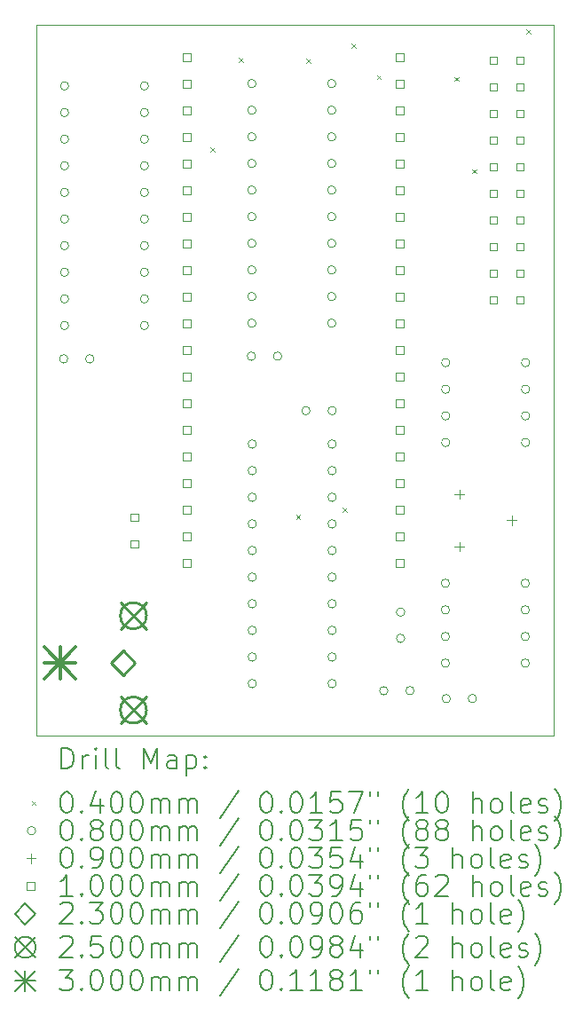
<source format=gbr>
%TF.GenerationSoftware,KiCad,Pcbnew,7.0.1*%
%TF.CreationDate,2023-08-06T16:29:57-07:00*%
%TF.ProjectId,tn_vdp_v3_board,746e5f76-6470-45f7-9633-5f626f617264,rev?*%
%TF.SameCoordinates,Original*%
%TF.FileFunction,Drillmap*%
%TF.FilePolarity,Positive*%
%FSLAX45Y45*%
G04 Gerber Fmt 4.5, Leading zero omitted, Abs format (unit mm)*
G04 Created by KiCad (PCBNEW 7.0.1) date 2023-08-06 16:29:57*
%MOMM*%
%LPD*%
G01*
G04 APERTURE LIST*
%ADD10C,0.100000*%
%ADD11C,0.200000*%
%ADD12C,0.040000*%
%ADD13C,0.080000*%
%ADD14C,0.090000*%
%ADD15C,0.230000*%
%ADD16C,0.250000*%
%ADD17C,0.300000*%
G04 APERTURE END LIST*
D10*
X18500000Y-4495800D02*
X18500000Y-11277600D01*
X13563600Y-4495800D02*
X18500000Y-4495800D01*
X13563600Y-11277600D02*
X18500000Y-11277600D01*
X13563600Y-11277600D02*
X13563600Y-4495800D01*
D11*
D12*
X15224130Y-5666780D02*
X15264130Y-5706780D01*
X15264130Y-5666780D02*
X15224130Y-5706780D01*
X15498760Y-4809720D02*
X15538760Y-4849720D01*
X15538760Y-4809720D02*
X15498760Y-4849720D01*
X16042910Y-9173630D02*
X16082910Y-9213630D01*
X16082910Y-9173630D02*
X16042910Y-9213630D01*
X16139890Y-4817110D02*
X16179890Y-4857110D01*
X16179890Y-4817110D02*
X16139890Y-4857110D01*
X16486410Y-9103610D02*
X16526410Y-9143610D01*
X16526410Y-9103610D02*
X16486410Y-9143610D01*
X16568980Y-4675030D02*
X16608980Y-4715030D01*
X16608980Y-4675030D02*
X16568980Y-4715030D01*
X16813270Y-4975910D02*
X16853270Y-5015910D01*
X16853270Y-4975910D02*
X16813270Y-5015910D01*
X17552540Y-4993150D02*
X17592540Y-5033150D01*
X17592540Y-4993150D02*
X17552540Y-5033150D01*
X17722090Y-5874630D02*
X17762090Y-5914630D01*
X17762090Y-5874630D02*
X17722090Y-5914630D01*
X18238900Y-4539400D02*
X18278900Y-4579400D01*
X18278900Y-4539400D02*
X18238900Y-4579400D01*
D13*
X13865000Y-7683500D02*
G75*
G03*
X13865000Y-7683500I-40000J0D01*
G01*
X13873700Y-5080000D02*
G75*
G03*
X13873700Y-5080000I-40000J0D01*
G01*
X13873700Y-5334000D02*
G75*
G03*
X13873700Y-5334000I-40000J0D01*
G01*
X13873700Y-5588000D02*
G75*
G03*
X13873700Y-5588000I-40000J0D01*
G01*
X13873700Y-5842000D02*
G75*
G03*
X13873700Y-5842000I-40000J0D01*
G01*
X13873700Y-6096000D02*
G75*
G03*
X13873700Y-6096000I-40000J0D01*
G01*
X13873700Y-6350000D02*
G75*
G03*
X13873700Y-6350000I-40000J0D01*
G01*
X13873700Y-6604000D02*
G75*
G03*
X13873700Y-6604000I-40000J0D01*
G01*
X13873700Y-6858000D02*
G75*
G03*
X13873700Y-6858000I-40000J0D01*
G01*
X13873700Y-7112000D02*
G75*
G03*
X13873700Y-7112000I-40000J0D01*
G01*
X13873700Y-7366000D02*
G75*
G03*
X13873700Y-7366000I-40000J0D01*
G01*
X14115000Y-7683500D02*
G75*
G03*
X14115000Y-7683500I-40000J0D01*
G01*
X14635700Y-5080000D02*
G75*
G03*
X14635700Y-5080000I-40000J0D01*
G01*
X14635700Y-5334000D02*
G75*
G03*
X14635700Y-5334000I-40000J0D01*
G01*
X14635700Y-5588000D02*
G75*
G03*
X14635700Y-5588000I-40000J0D01*
G01*
X14635700Y-5842000D02*
G75*
G03*
X14635700Y-5842000I-40000J0D01*
G01*
X14635700Y-6096000D02*
G75*
G03*
X14635700Y-6096000I-40000J0D01*
G01*
X14635700Y-6350000D02*
G75*
G03*
X14635700Y-6350000I-40000J0D01*
G01*
X14635700Y-6604000D02*
G75*
G03*
X14635700Y-6604000I-40000J0D01*
G01*
X14635700Y-6858000D02*
G75*
G03*
X14635700Y-6858000I-40000J0D01*
G01*
X14635700Y-7112000D02*
G75*
G03*
X14635700Y-7112000I-40000J0D01*
G01*
X14635700Y-7366000D02*
G75*
G03*
X14635700Y-7366000I-40000J0D01*
G01*
X15656300Y-7657800D02*
G75*
G03*
X15656300Y-7657800I-40000J0D01*
G01*
X15660920Y-5057340D02*
G75*
G03*
X15660920Y-5057340I-40000J0D01*
G01*
X15660920Y-5311340D02*
G75*
G03*
X15660920Y-5311340I-40000J0D01*
G01*
X15660920Y-5565340D02*
G75*
G03*
X15660920Y-5565340I-40000J0D01*
G01*
X15660920Y-5819340D02*
G75*
G03*
X15660920Y-5819340I-40000J0D01*
G01*
X15660920Y-6073340D02*
G75*
G03*
X15660920Y-6073340I-40000J0D01*
G01*
X15660920Y-6327340D02*
G75*
G03*
X15660920Y-6327340I-40000J0D01*
G01*
X15660920Y-6581340D02*
G75*
G03*
X15660920Y-6581340I-40000J0D01*
G01*
X15660920Y-6835340D02*
G75*
G03*
X15660920Y-6835340I-40000J0D01*
G01*
X15660920Y-7089340D02*
G75*
G03*
X15660920Y-7089340I-40000J0D01*
G01*
X15660920Y-7343340D02*
G75*
G03*
X15660920Y-7343340I-40000J0D01*
G01*
X15665000Y-8496000D02*
G75*
G03*
X15665000Y-8496000I-40000J0D01*
G01*
X15665000Y-8750000D02*
G75*
G03*
X15665000Y-8750000I-40000J0D01*
G01*
X15665000Y-9004000D02*
G75*
G03*
X15665000Y-9004000I-40000J0D01*
G01*
X15665000Y-9258000D02*
G75*
G03*
X15665000Y-9258000I-40000J0D01*
G01*
X15665000Y-9512000D02*
G75*
G03*
X15665000Y-9512000I-40000J0D01*
G01*
X15665000Y-9766000D02*
G75*
G03*
X15665000Y-9766000I-40000J0D01*
G01*
X15665000Y-10020000D02*
G75*
G03*
X15665000Y-10020000I-40000J0D01*
G01*
X15665000Y-10274000D02*
G75*
G03*
X15665000Y-10274000I-40000J0D01*
G01*
X15665000Y-10528000D02*
G75*
G03*
X15665000Y-10528000I-40000J0D01*
G01*
X15665000Y-10782000D02*
G75*
G03*
X15665000Y-10782000I-40000J0D01*
G01*
X15906300Y-7657800D02*
G75*
G03*
X15906300Y-7657800I-40000J0D01*
G01*
X16177000Y-8178500D02*
G75*
G03*
X16177000Y-8178500I-40000J0D01*
G01*
X16422920Y-5057340D02*
G75*
G03*
X16422920Y-5057340I-40000J0D01*
G01*
X16422920Y-5311340D02*
G75*
G03*
X16422920Y-5311340I-40000J0D01*
G01*
X16422920Y-5565340D02*
G75*
G03*
X16422920Y-5565340I-40000J0D01*
G01*
X16422920Y-5819340D02*
G75*
G03*
X16422920Y-5819340I-40000J0D01*
G01*
X16422920Y-6073340D02*
G75*
G03*
X16422920Y-6073340I-40000J0D01*
G01*
X16422920Y-6327340D02*
G75*
G03*
X16422920Y-6327340I-40000J0D01*
G01*
X16422920Y-6581340D02*
G75*
G03*
X16422920Y-6581340I-40000J0D01*
G01*
X16422920Y-6835340D02*
G75*
G03*
X16422920Y-6835340I-40000J0D01*
G01*
X16422920Y-7089340D02*
G75*
G03*
X16422920Y-7089340I-40000J0D01*
G01*
X16422920Y-7343340D02*
G75*
G03*
X16422920Y-7343340I-40000J0D01*
G01*
X16427000Y-8178500D02*
G75*
G03*
X16427000Y-8178500I-40000J0D01*
G01*
X16427000Y-8496000D02*
G75*
G03*
X16427000Y-8496000I-40000J0D01*
G01*
X16427000Y-8750000D02*
G75*
G03*
X16427000Y-8750000I-40000J0D01*
G01*
X16427000Y-9004000D02*
G75*
G03*
X16427000Y-9004000I-40000J0D01*
G01*
X16427000Y-9258000D02*
G75*
G03*
X16427000Y-9258000I-40000J0D01*
G01*
X16427000Y-9512000D02*
G75*
G03*
X16427000Y-9512000I-40000J0D01*
G01*
X16427000Y-9766000D02*
G75*
G03*
X16427000Y-9766000I-40000J0D01*
G01*
X16427000Y-10020000D02*
G75*
G03*
X16427000Y-10020000I-40000J0D01*
G01*
X16427000Y-10274000D02*
G75*
G03*
X16427000Y-10274000I-40000J0D01*
G01*
X16427000Y-10528000D02*
G75*
G03*
X16427000Y-10528000I-40000J0D01*
G01*
X16427000Y-10782000D02*
G75*
G03*
X16427000Y-10782000I-40000J0D01*
G01*
X16919490Y-10850000D02*
G75*
G03*
X16919490Y-10850000I-40000J0D01*
G01*
X17080000Y-10100000D02*
G75*
G03*
X17080000Y-10100000I-40000J0D01*
G01*
X17080000Y-10350000D02*
G75*
G03*
X17080000Y-10350000I-40000J0D01*
G01*
X17169490Y-10850000D02*
G75*
G03*
X17169490Y-10850000I-40000J0D01*
G01*
X17507500Y-9825000D02*
G75*
G03*
X17507500Y-9825000I-40000J0D01*
G01*
X17507500Y-10079000D02*
G75*
G03*
X17507500Y-10079000I-40000J0D01*
G01*
X17507500Y-10333000D02*
G75*
G03*
X17507500Y-10333000I-40000J0D01*
G01*
X17507500Y-10587000D02*
G75*
G03*
X17507500Y-10587000I-40000J0D01*
G01*
X17510000Y-7720000D02*
G75*
G03*
X17510000Y-7720000I-40000J0D01*
G01*
X17510000Y-7974000D02*
G75*
G03*
X17510000Y-7974000I-40000J0D01*
G01*
X17510000Y-8228000D02*
G75*
G03*
X17510000Y-8228000I-40000J0D01*
G01*
X17510000Y-8482000D02*
G75*
G03*
X17510000Y-8482000I-40000J0D01*
G01*
X17515000Y-10925000D02*
G75*
G03*
X17515000Y-10925000I-40000J0D01*
G01*
X17765000Y-10925000D02*
G75*
G03*
X17765000Y-10925000I-40000J0D01*
G01*
X18269500Y-9825000D02*
G75*
G03*
X18269500Y-9825000I-40000J0D01*
G01*
X18269500Y-10079000D02*
G75*
G03*
X18269500Y-10079000I-40000J0D01*
G01*
X18269500Y-10333000D02*
G75*
G03*
X18269500Y-10333000I-40000J0D01*
G01*
X18269500Y-10587000D02*
G75*
G03*
X18269500Y-10587000I-40000J0D01*
G01*
X18272000Y-7720000D02*
G75*
G03*
X18272000Y-7720000I-40000J0D01*
G01*
X18272000Y-7974000D02*
G75*
G03*
X18272000Y-7974000I-40000J0D01*
G01*
X18272000Y-8228000D02*
G75*
G03*
X18272000Y-8228000I-40000J0D01*
G01*
X18272000Y-8482000D02*
G75*
G03*
X18272000Y-8482000I-40000J0D01*
G01*
D14*
X17600000Y-8930000D02*
X17600000Y-9020000D01*
X17555000Y-8975000D02*
X17645000Y-8975000D01*
X17600000Y-9430000D02*
X17600000Y-9520000D01*
X17555000Y-9475000D02*
X17645000Y-9475000D01*
X18100000Y-9180000D02*
X18100000Y-9270000D01*
X18055000Y-9225000D02*
X18145000Y-9225000D01*
D10*
X14535356Y-9231356D02*
X14535356Y-9160644D01*
X14464644Y-9160644D01*
X14464644Y-9231356D01*
X14535356Y-9231356D01*
X14535356Y-9485356D02*
X14535356Y-9414644D01*
X14464644Y-9414644D01*
X14464644Y-9485356D01*
X14535356Y-9485356D01*
X15035356Y-4841356D02*
X15035356Y-4770644D01*
X14964644Y-4770644D01*
X14964644Y-4841356D01*
X15035356Y-4841356D01*
X15035356Y-5095356D02*
X15035356Y-5024644D01*
X14964644Y-5024644D01*
X14964644Y-5095356D01*
X15035356Y-5095356D01*
X15035356Y-5349356D02*
X15035356Y-5278644D01*
X14964644Y-5278644D01*
X14964644Y-5349356D01*
X15035356Y-5349356D01*
X15035356Y-5603356D02*
X15035356Y-5532644D01*
X14964644Y-5532644D01*
X14964644Y-5603356D01*
X15035356Y-5603356D01*
X15035356Y-5857356D02*
X15035356Y-5786644D01*
X14964644Y-5786644D01*
X14964644Y-5857356D01*
X15035356Y-5857356D01*
X15035356Y-6111356D02*
X15035356Y-6040644D01*
X14964644Y-6040644D01*
X14964644Y-6111356D01*
X15035356Y-6111356D01*
X15035356Y-6365356D02*
X15035356Y-6294644D01*
X14964644Y-6294644D01*
X14964644Y-6365356D01*
X15035356Y-6365356D01*
X15035356Y-6619356D02*
X15035356Y-6548644D01*
X14964644Y-6548644D01*
X14964644Y-6619356D01*
X15035356Y-6619356D01*
X15035356Y-6873356D02*
X15035356Y-6802644D01*
X14964644Y-6802644D01*
X14964644Y-6873356D01*
X15035356Y-6873356D01*
X15035356Y-7127356D02*
X15035356Y-7056644D01*
X14964644Y-7056644D01*
X14964644Y-7127356D01*
X15035356Y-7127356D01*
X15035356Y-7381356D02*
X15035356Y-7310644D01*
X14964644Y-7310644D01*
X14964644Y-7381356D01*
X15035356Y-7381356D01*
X15035356Y-7635356D02*
X15035356Y-7564644D01*
X14964644Y-7564644D01*
X14964644Y-7635356D01*
X15035356Y-7635356D01*
X15035356Y-7889356D02*
X15035356Y-7818644D01*
X14964644Y-7818644D01*
X14964644Y-7889356D01*
X15035356Y-7889356D01*
X15035356Y-8143356D02*
X15035356Y-8072644D01*
X14964644Y-8072644D01*
X14964644Y-8143356D01*
X15035356Y-8143356D01*
X15035356Y-8397356D02*
X15035356Y-8326644D01*
X14964644Y-8326644D01*
X14964644Y-8397356D01*
X15035356Y-8397356D01*
X15035356Y-8651356D02*
X15035356Y-8580644D01*
X14964644Y-8580644D01*
X14964644Y-8651356D01*
X15035356Y-8651356D01*
X15035356Y-8905356D02*
X15035356Y-8834644D01*
X14964644Y-8834644D01*
X14964644Y-8905356D01*
X15035356Y-8905356D01*
X15035356Y-9159356D02*
X15035356Y-9088644D01*
X14964644Y-9088644D01*
X14964644Y-9159356D01*
X15035356Y-9159356D01*
X15035356Y-9413356D02*
X15035356Y-9342644D01*
X14964644Y-9342644D01*
X14964644Y-9413356D01*
X15035356Y-9413356D01*
X15035356Y-9667356D02*
X15035356Y-9596644D01*
X14964644Y-9596644D01*
X14964644Y-9667356D01*
X15035356Y-9667356D01*
X17067356Y-4841356D02*
X17067356Y-4770644D01*
X16996644Y-4770644D01*
X16996644Y-4841356D01*
X17067356Y-4841356D01*
X17067356Y-5095356D02*
X17067356Y-5024644D01*
X16996644Y-5024644D01*
X16996644Y-5095356D01*
X17067356Y-5095356D01*
X17067356Y-5349356D02*
X17067356Y-5278644D01*
X16996644Y-5278644D01*
X16996644Y-5349356D01*
X17067356Y-5349356D01*
X17067356Y-5603356D02*
X17067356Y-5532644D01*
X16996644Y-5532644D01*
X16996644Y-5603356D01*
X17067356Y-5603356D01*
X17067356Y-5857356D02*
X17067356Y-5786644D01*
X16996644Y-5786644D01*
X16996644Y-5857356D01*
X17067356Y-5857356D01*
X17067356Y-6111356D02*
X17067356Y-6040644D01*
X16996644Y-6040644D01*
X16996644Y-6111356D01*
X17067356Y-6111356D01*
X17067356Y-6365356D02*
X17067356Y-6294644D01*
X16996644Y-6294644D01*
X16996644Y-6365356D01*
X17067356Y-6365356D01*
X17067356Y-6619356D02*
X17067356Y-6548644D01*
X16996644Y-6548644D01*
X16996644Y-6619356D01*
X17067356Y-6619356D01*
X17067356Y-6873356D02*
X17067356Y-6802644D01*
X16996644Y-6802644D01*
X16996644Y-6873356D01*
X17067356Y-6873356D01*
X17067356Y-7127356D02*
X17067356Y-7056644D01*
X16996644Y-7056644D01*
X16996644Y-7127356D01*
X17067356Y-7127356D01*
X17067356Y-7381356D02*
X17067356Y-7310644D01*
X16996644Y-7310644D01*
X16996644Y-7381356D01*
X17067356Y-7381356D01*
X17067356Y-7635356D02*
X17067356Y-7564644D01*
X16996644Y-7564644D01*
X16996644Y-7635356D01*
X17067356Y-7635356D01*
X17067356Y-7889356D02*
X17067356Y-7818644D01*
X16996644Y-7818644D01*
X16996644Y-7889356D01*
X17067356Y-7889356D01*
X17067356Y-8143356D02*
X17067356Y-8072644D01*
X16996644Y-8072644D01*
X16996644Y-8143356D01*
X17067356Y-8143356D01*
X17067356Y-8397356D02*
X17067356Y-8326644D01*
X16996644Y-8326644D01*
X16996644Y-8397356D01*
X17067356Y-8397356D01*
X17067356Y-8651356D02*
X17067356Y-8580644D01*
X16996644Y-8580644D01*
X16996644Y-8651356D01*
X17067356Y-8651356D01*
X17067356Y-8905356D02*
X17067356Y-8834644D01*
X16996644Y-8834644D01*
X16996644Y-8905356D01*
X17067356Y-8905356D01*
X17067356Y-9159356D02*
X17067356Y-9088644D01*
X16996644Y-9088644D01*
X16996644Y-9159356D01*
X17067356Y-9159356D01*
X17067356Y-9413356D02*
X17067356Y-9342644D01*
X16996644Y-9342644D01*
X16996644Y-9413356D01*
X17067356Y-9413356D01*
X17067356Y-9667356D02*
X17067356Y-9596644D01*
X16996644Y-9596644D01*
X16996644Y-9667356D01*
X17067356Y-9667356D01*
X17958856Y-4869356D02*
X17958856Y-4798644D01*
X17888144Y-4798644D01*
X17888144Y-4869356D01*
X17958856Y-4869356D01*
X17958856Y-5123356D02*
X17958856Y-5052644D01*
X17888144Y-5052644D01*
X17888144Y-5123356D01*
X17958856Y-5123356D01*
X17958856Y-5377356D02*
X17958856Y-5306644D01*
X17888144Y-5306644D01*
X17888144Y-5377356D01*
X17958856Y-5377356D01*
X17958856Y-5631356D02*
X17958856Y-5560644D01*
X17888144Y-5560644D01*
X17888144Y-5631356D01*
X17958856Y-5631356D01*
X17958856Y-5885356D02*
X17958856Y-5814644D01*
X17888144Y-5814644D01*
X17888144Y-5885356D01*
X17958856Y-5885356D01*
X17958856Y-6139356D02*
X17958856Y-6068644D01*
X17888144Y-6068644D01*
X17888144Y-6139356D01*
X17958856Y-6139356D01*
X17958856Y-6393356D02*
X17958856Y-6322644D01*
X17888144Y-6322644D01*
X17888144Y-6393356D01*
X17958856Y-6393356D01*
X17958856Y-6647356D02*
X17958856Y-6576644D01*
X17888144Y-6576644D01*
X17888144Y-6647356D01*
X17958856Y-6647356D01*
X17958856Y-6901356D02*
X17958856Y-6830644D01*
X17888144Y-6830644D01*
X17888144Y-6901356D01*
X17958856Y-6901356D01*
X17958856Y-7155356D02*
X17958856Y-7084644D01*
X17888144Y-7084644D01*
X17888144Y-7155356D01*
X17958856Y-7155356D01*
X18212856Y-4869356D02*
X18212856Y-4798644D01*
X18142144Y-4798644D01*
X18142144Y-4869356D01*
X18212856Y-4869356D01*
X18212856Y-5123356D02*
X18212856Y-5052644D01*
X18142144Y-5052644D01*
X18142144Y-5123356D01*
X18212856Y-5123356D01*
X18212856Y-5377356D02*
X18212856Y-5306644D01*
X18142144Y-5306644D01*
X18142144Y-5377356D01*
X18212856Y-5377356D01*
X18212856Y-5631356D02*
X18212856Y-5560644D01*
X18142144Y-5560644D01*
X18142144Y-5631356D01*
X18212856Y-5631356D01*
X18212856Y-5885356D02*
X18212856Y-5814644D01*
X18142144Y-5814644D01*
X18142144Y-5885356D01*
X18212856Y-5885356D01*
X18212856Y-6139356D02*
X18212856Y-6068644D01*
X18142144Y-6068644D01*
X18142144Y-6139356D01*
X18212856Y-6139356D01*
X18212856Y-6393356D02*
X18212856Y-6322644D01*
X18142144Y-6322644D01*
X18142144Y-6393356D01*
X18212856Y-6393356D01*
X18212856Y-6647356D02*
X18212856Y-6576644D01*
X18142144Y-6576644D01*
X18142144Y-6647356D01*
X18212856Y-6647356D01*
X18212856Y-6901356D02*
X18212856Y-6830644D01*
X18142144Y-6830644D01*
X18142144Y-6901356D01*
X18212856Y-6901356D01*
X18212856Y-7155356D02*
X18212856Y-7084644D01*
X18142144Y-7084644D01*
X18142144Y-7155356D01*
X18212856Y-7155356D01*
D15*
X14390700Y-10699600D02*
X14505700Y-10584600D01*
X14390700Y-10469600D01*
X14275700Y-10584600D01*
X14390700Y-10699600D01*
D16*
X14365700Y-10009600D02*
X14615700Y-10259600D01*
X14615700Y-10009600D02*
X14365700Y-10259600D01*
X14615700Y-10134600D02*
G75*
G03*
X14615700Y-10134600I-125000J0D01*
G01*
X14365700Y-10909600D02*
X14615700Y-11159600D01*
X14615700Y-10909600D02*
X14365700Y-11159600D01*
X14615700Y-11034600D02*
G75*
G03*
X14615700Y-11034600I-125000J0D01*
G01*
D17*
X13640700Y-10434600D02*
X13940700Y-10734600D01*
X13940700Y-10434600D02*
X13640700Y-10734600D01*
X13790700Y-10434600D02*
X13790700Y-10734600D01*
X13640700Y-10584600D02*
X13940700Y-10584600D01*
D11*
X13806219Y-11595124D02*
X13806219Y-11395124D01*
X13806219Y-11395124D02*
X13853838Y-11395124D01*
X13853838Y-11395124D02*
X13882409Y-11404648D01*
X13882409Y-11404648D02*
X13901457Y-11423695D01*
X13901457Y-11423695D02*
X13910981Y-11442743D01*
X13910981Y-11442743D02*
X13920505Y-11480838D01*
X13920505Y-11480838D02*
X13920505Y-11509409D01*
X13920505Y-11509409D02*
X13910981Y-11547505D01*
X13910981Y-11547505D02*
X13901457Y-11566552D01*
X13901457Y-11566552D02*
X13882409Y-11585600D01*
X13882409Y-11585600D02*
X13853838Y-11595124D01*
X13853838Y-11595124D02*
X13806219Y-11595124D01*
X14006219Y-11595124D02*
X14006219Y-11461790D01*
X14006219Y-11499886D02*
X14015743Y-11480838D01*
X14015743Y-11480838D02*
X14025267Y-11471314D01*
X14025267Y-11471314D02*
X14044314Y-11461790D01*
X14044314Y-11461790D02*
X14063362Y-11461790D01*
X14130028Y-11595124D02*
X14130028Y-11461790D01*
X14130028Y-11395124D02*
X14120505Y-11404648D01*
X14120505Y-11404648D02*
X14130028Y-11414171D01*
X14130028Y-11414171D02*
X14139552Y-11404648D01*
X14139552Y-11404648D02*
X14130028Y-11395124D01*
X14130028Y-11395124D02*
X14130028Y-11414171D01*
X14253838Y-11595124D02*
X14234790Y-11585600D01*
X14234790Y-11585600D02*
X14225267Y-11566552D01*
X14225267Y-11566552D02*
X14225267Y-11395124D01*
X14358600Y-11595124D02*
X14339552Y-11585600D01*
X14339552Y-11585600D02*
X14330028Y-11566552D01*
X14330028Y-11566552D02*
X14330028Y-11395124D01*
X14587171Y-11595124D02*
X14587171Y-11395124D01*
X14587171Y-11395124D02*
X14653838Y-11537981D01*
X14653838Y-11537981D02*
X14720505Y-11395124D01*
X14720505Y-11395124D02*
X14720505Y-11595124D01*
X14901457Y-11595124D02*
X14901457Y-11490362D01*
X14901457Y-11490362D02*
X14891933Y-11471314D01*
X14891933Y-11471314D02*
X14872886Y-11461790D01*
X14872886Y-11461790D02*
X14834790Y-11461790D01*
X14834790Y-11461790D02*
X14815743Y-11471314D01*
X14901457Y-11585600D02*
X14882409Y-11595124D01*
X14882409Y-11595124D02*
X14834790Y-11595124D01*
X14834790Y-11595124D02*
X14815743Y-11585600D01*
X14815743Y-11585600D02*
X14806219Y-11566552D01*
X14806219Y-11566552D02*
X14806219Y-11547505D01*
X14806219Y-11547505D02*
X14815743Y-11528457D01*
X14815743Y-11528457D02*
X14834790Y-11518933D01*
X14834790Y-11518933D02*
X14882409Y-11518933D01*
X14882409Y-11518933D02*
X14901457Y-11509409D01*
X14996695Y-11461790D02*
X14996695Y-11661790D01*
X14996695Y-11471314D02*
X15015743Y-11461790D01*
X15015743Y-11461790D02*
X15053838Y-11461790D01*
X15053838Y-11461790D02*
X15072886Y-11471314D01*
X15072886Y-11471314D02*
X15082409Y-11480838D01*
X15082409Y-11480838D02*
X15091933Y-11499886D01*
X15091933Y-11499886D02*
X15091933Y-11557028D01*
X15091933Y-11557028D02*
X15082409Y-11576076D01*
X15082409Y-11576076D02*
X15072886Y-11585600D01*
X15072886Y-11585600D02*
X15053838Y-11595124D01*
X15053838Y-11595124D02*
X15015743Y-11595124D01*
X15015743Y-11595124D02*
X14996695Y-11585600D01*
X15177648Y-11576076D02*
X15187171Y-11585600D01*
X15187171Y-11585600D02*
X15177648Y-11595124D01*
X15177648Y-11595124D02*
X15168124Y-11585600D01*
X15168124Y-11585600D02*
X15177648Y-11576076D01*
X15177648Y-11576076D02*
X15177648Y-11595124D01*
X15177648Y-11471314D02*
X15187171Y-11480838D01*
X15187171Y-11480838D02*
X15177648Y-11490362D01*
X15177648Y-11490362D02*
X15168124Y-11480838D01*
X15168124Y-11480838D02*
X15177648Y-11471314D01*
X15177648Y-11471314D02*
X15177648Y-11490362D01*
D12*
X13518600Y-11902600D02*
X13558600Y-11942600D01*
X13558600Y-11902600D02*
X13518600Y-11942600D01*
D11*
X13844314Y-11815124D02*
X13863362Y-11815124D01*
X13863362Y-11815124D02*
X13882409Y-11824648D01*
X13882409Y-11824648D02*
X13891933Y-11834171D01*
X13891933Y-11834171D02*
X13901457Y-11853219D01*
X13901457Y-11853219D02*
X13910981Y-11891314D01*
X13910981Y-11891314D02*
X13910981Y-11938933D01*
X13910981Y-11938933D02*
X13901457Y-11977028D01*
X13901457Y-11977028D02*
X13891933Y-11996076D01*
X13891933Y-11996076D02*
X13882409Y-12005600D01*
X13882409Y-12005600D02*
X13863362Y-12015124D01*
X13863362Y-12015124D02*
X13844314Y-12015124D01*
X13844314Y-12015124D02*
X13825267Y-12005600D01*
X13825267Y-12005600D02*
X13815743Y-11996076D01*
X13815743Y-11996076D02*
X13806219Y-11977028D01*
X13806219Y-11977028D02*
X13796695Y-11938933D01*
X13796695Y-11938933D02*
X13796695Y-11891314D01*
X13796695Y-11891314D02*
X13806219Y-11853219D01*
X13806219Y-11853219D02*
X13815743Y-11834171D01*
X13815743Y-11834171D02*
X13825267Y-11824648D01*
X13825267Y-11824648D02*
X13844314Y-11815124D01*
X13996695Y-11996076D02*
X14006219Y-12005600D01*
X14006219Y-12005600D02*
X13996695Y-12015124D01*
X13996695Y-12015124D02*
X13987171Y-12005600D01*
X13987171Y-12005600D02*
X13996695Y-11996076D01*
X13996695Y-11996076D02*
X13996695Y-12015124D01*
X14177648Y-11881790D02*
X14177648Y-12015124D01*
X14130028Y-11805600D02*
X14082409Y-11948457D01*
X14082409Y-11948457D02*
X14206219Y-11948457D01*
X14320505Y-11815124D02*
X14339552Y-11815124D01*
X14339552Y-11815124D02*
X14358600Y-11824648D01*
X14358600Y-11824648D02*
X14368124Y-11834171D01*
X14368124Y-11834171D02*
X14377648Y-11853219D01*
X14377648Y-11853219D02*
X14387171Y-11891314D01*
X14387171Y-11891314D02*
X14387171Y-11938933D01*
X14387171Y-11938933D02*
X14377648Y-11977028D01*
X14377648Y-11977028D02*
X14368124Y-11996076D01*
X14368124Y-11996076D02*
X14358600Y-12005600D01*
X14358600Y-12005600D02*
X14339552Y-12015124D01*
X14339552Y-12015124D02*
X14320505Y-12015124D01*
X14320505Y-12015124D02*
X14301457Y-12005600D01*
X14301457Y-12005600D02*
X14291933Y-11996076D01*
X14291933Y-11996076D02*
X14282409Y-11977028D01*
X14282409Y-11977028D02*
X14272886Y-11938933D01*
X14272886Y-11938933D02*
X14272886Y-11891314D01*
X14272886Y-11891314D02*
X14282409Y-11853219D01*
X14282409Y-11853219D02*
X14291933Y-11834171D01*
X14291933Y-11834171D02*
X14301457Y-11824648D01*
X14301457Y-11824648D02*
X14320505Y-11815124D01*
X14510981Y-11815124D02*
X14530029Y-11815124D01*
X14530029Y-11815124D02*
X14549076Y-11824648D01*
X14549076Y-11824648D02*
X14558600Y-11834171D01*
X14558600Y-11834171D02*
X14568124Y-11853219D01*
X14568124Y-11853219D02*
X14577648Y-11891314D01*
X14577648Y-11891314D02*
X14577648Y-11938933D01*
X14577648Y-11938933D02*
X14568124Y-11977028D01*
X14568124Y-11977028D02*
X14558600Y-11996076D01*
X14558600Y-11996076D02*
X14549076Y-12005600D01*
X14549076Y-12005600D02*
X14530029Y-12015124D01*
X14530029Y-12015124D02*
X14510981Y-12015124D01*
X14510981Y-12015124D02*
X14491933Y-12005600D01*
X14491933Y-12005600D02*
X14482409Y-11996076D01*
X14482409Y-11996076D02*
X14472886Y-11977028D01*
X14472886Y-11977028D02*
X14463362Y-11938933D01*
X14463362Y-11938933D02*
X14463362Y-11891314D01*
X14463362Y-11891314D02*
X14472886Y-11853219D01*
X14472886Y-11853219D02*
X14482409Y-11834171D01*
X14482409Y-11834171D02*
X14491933Y-11824648D01*
X14491933Y-11824648D02*
X14510981Y-11815124D01*
X14663362Y-12015124D02*
X14663362Y-11881790D01*
X14663362Y-11900838D02*
X14672886Y-11891314D01*
X14672886Y-11891314D02*
X14691933Y-11881790D01*
X14691933Y-11881790D02*
X14720505Y-11881790D01*
X14720505Y-11881790D02*
X14739552Y-11891314D01*
X14739552Y-11891314D02*
X14749076Y-11910362D01*
X14749076Y-11910362D02*
X14749076Y-12015124D01*
X14749076Y-11910362D02*
X14758600Y-11891314D01*
X14758600Y-11891314D02*
X14777648Y-11881790D01*
X14777648Y-11881790D02*
X14806219Y-11881790D01*
X14806219Y-11881790D02*
X14825267Y-11891314D01*
X14825267Y-11891314D02*
X14834790Y-11910362D01*
X14834790Y-11910362D02*
X14834790Y-12015124D01*
X14930029Y-12015124D02*
X14930029Y-11881790D01*
X14930029Y-11900838D02*
X14939552Y-11891314D01*
X14939552Y-11891314D02*
X14958600Y-11881790D01*
X14958600Y-11881790D02*
X14987171Y-11881790D01*
X14987171Y-11881790D02*
X15006219Y-11891314D01*
X15006219Y-11891314D02*
X15015743Y-11910362D01*
X15015743Y-11910362D02*
X15015743Y-12015124D01*
X15015743Y-11910362D02*
X15025267Y-11891314D01*
X15025267Y-11891314D02*
X15044314Y-11881790D01*
X15044314Y-11881790D02*
X15072886Y-11881790D01*
X15072886Y-11881790D02*
X15091933Y-11891314D01*
X15091933Y-11891314D02*
X15101457Y-11910362D01*
X15101457Y-11910362D02*
X15101457Y-12015124D01*
X15491933Y-11805600D02*
X15320505Y-12062743D01*
X15749076Y-11815124D02*
X15768124Y-11815124D01*
X15768124Y-11815124D02*
X15787172Y-11824648D01*
X15787172Y-11824648D02*
X15796695Y-11834171D01*
X15796695Y-11834171D02*
X15806219Y-11853219D01*
X15806219Y-11853219D02*
X15815743Y-11891314D01*
X15815743Y-11891314D02*
X15815743Y-11938933D01*
X15815743Y-11938933D02*
X15806219Y-11977028D01*
X15806219Y-11977028D02*
X15796695Y-11996076D01*
X15796695Y-11996076D02*
X15787172Y-12005600D01*
X15787172Y-12005600D02*
X15768124Y-12015124D01*
X15768124Y-12015124D02*
X15749076Y-12015124D01*
X15749076Y-12015124D02*
X15730029Y-12005600D01*
X15730029Y-12005600D02*
X15720505Y-11996076D01*
X15720505Y-11996076D02*
X15710981Y-11977028D01*
X15710981Y-11977028D02*
X15701457Y-11938933D01*
X15701457Y-11938933D02*
X15701457Y-11891314D01*
X15701457Y-11891314D02*
X15710981Y-11853219D01*
X15710981Y-11853219D02*
X15720505Y-11834171D01*
X15720505Y-11834171D02*
X15730029Y-11824648D01*
X15730029Y-11824648D02*
X15749076Y-11815124D01*
X15901457Y-11996076D02*
X15910981Y-12005600D01*
X15910981Y-12005600D02*
X15901457Y-12015124D01*
X15901457Y-12015124D02*
X15891933Y-12005600D01*
X15891933Y-12005600D02*
X15901457Y-11996076D01*
X15901457Y-11996076D02*
X15901457Y-12015124D01*
X16034791Y-11815124D02*
X16053838Y-11815124D01*
X16053838Y-11815124D02*
X16072886Y-11824648D01*
X16072886Y-11824648D02*
X16082410Y-11834171D01*
X16082410Y-11834171D02*
X16091933Y-11853219D01*
X16091933Y-11853219D02*
X16101457Y-11891314D01*
X16101457Y-11891314D02*
X16101457Y-11938933D01*
X16101457Y-11938933D02*
X16091933Y-11977028D01*
X16091933Y-11977028D02*
X16082410Y-11996076D01*
X16082410Y-11996076D02*
X16072886Y-12005600D01*
X16072886Y-12005600D02*
X16053838Y-12015124D01*
X16053838Y-12015124D02*
X16034791Y-12015124D01*
X16034791Y-12015124D02*
X16015743Y-12005600D01*
X16015743Y-12005600D02*
X16006219Y-11996076D01*
X16006219Y-11996076D02*
X15996695Y-11977028D01*
X15996695Y-11977028D02*
X15987172Y-11938933D01*
X15987172Y-11938933D02*
X15987172Y-11891314D01*
X15987172Y-11891314D02*
X15996695Y-11853219D01*
X15996695Y-11853219D02*
X16006219Y-11834171D01*
X16006219Y-11834171D02*
X16015743Y-11824648D01*
X16015743Y-11824648D02*
X16034791Y-11815124D01*
X16291933Y-12015124D02*
X16177648Y-12015124D01*
X16234791Y-12015124D02*
X16234791Y-11815124D01*
X16234791Y-11815124D02*
X16215743Y-11843695D01*
X16215743Y-11843695D02*
X16196695Y-11862743D01*
X16196695Y-11862743D02*
X16177648Y-11872267D01*
X16472886Y-11815124D02*
X16377648Y-11815124D01*
X16377648Y-11815124D02*
X16368124Y-11910362D01*
X16368124Y-11910362D02*
X16377648Y-11900838D01*
X16377648Y-11900838D02*
X16396695Y-11891314D01*
X16396695Y-11891314D02*
X16444314Y-11891314D01*
X16444314Y-11891314D02*
X16463362Y-11900838D01*
X16463362Y-11900838D02*
X16472886Y-11910362D01*
X16472886Y-11910362D02*
X16482410Y-11929409D01*
X16482410Y-11929409D02*
X16482410Y-11977028D01*
X16482410Y-11977028D02*
X16472886Y-11996076D01*
X16472886Y-11996076D02*
X16463362Y-12005600D01*
X16463362Y-12005600D02*
X16444314Y-12015124D01*
X16444314Y-12015124D02*
X16396695Y-12015124D01*
X16396695Y-12015124D02*
X16377648Y-12005600D01*
X16377648Y-12005600D02*
X16368124Y-11996076D01*
X16549076Y-11815124D02*
X16682410Y-11815124D01*
X16682410Y-11815124D02*
X16596695Y-12015124D01*
X16749076Y-11815124D02*
X16749076Y-11853219D01*
X16825267Y-11815124D02*
X16825267Y-11853219D01*
X17120505Y-12091314D02*
X17110981Y-12081790D01*
X17110981Y-12081790D02*
X17091934Y-12053219D01*
X17091934Y-12053219D02*
X17082410Y-12034171D01*
X17082410Y-12034171D02*
X17072886Y-12005600D01*
X17072886Y-12005600D02*
X17063362Y-11957981D01*
X17063362Y-11957981D02*
X17063362Y-11919886D01*
X17063362Y-11919886D02*
X17072886Y-11872267D01*
X17072886Y-11872267D02*
X17082410Y-11843695D01*
X17082410Y-11843695D02*
X17091934Y-11824648D01*
X17091934Y-11824648D02*
X17110981Y-11796076D01*
X17110981Y-11796076D02*
X17120505Y-11786552D01*
X17301457Y-12015124D02*
X17187172Y-12015124D01*
X17244315Y-12015124D02*
X17244315Y-11815124D01*
X17244315Y-11815124D02*
X17225267Y-11843695D01*
X17225267Y-11843695D02*
X17206219Y-11862743D01*
X17206219Y-11862743D02*
X17187172Y-11872267D01*
X17425267Y-11815124D02*
X17444315Y-11815124D01*
X17444315Y-11815124D02*
X17463362Y-11824648D01*
X17463362Y-11824648D02*
X17472886Y-11834171D01*
X17472886Y-11834171D02*
X17482410Y-11853219D01*
X17482410Y-11853219D02*
X17491934Y-11891314D01*
X17491934Y-11891314D02*
X17491934Y-11938933D01*
X17491934Y-11938933D02*
X17482410Y-11977028D01*
X17482410Y-11977028D02*
X17472886Y-11996076D01*
X17472886Y-11996076D02*
X17463362Y-12005600D01*
X17463362Y-12005600D02*
X17444315Y-12015124D01*
X17444315Y-12015124D02*
X17425267Y-12015124D01*
X17425267Y-12015124D02*
X17406219Y-12005600D01*
X17406219Y-12005600D02*
X17396696Y-11996076D01*
X17396696Y-11996076D02*
X17387172Y-11977028D01*
X17387172Y-11977028D02*
X17377648Y-11938933D01*
X17377648Y-11938933D02*
X17377648Y-11891314D01*
X17377648Y-11891314D02*
X17387172Y-11853219D01*
X17387172Y-11853219D02*
X17396696Y-11834171D01*
X17396696Y-11834171D02*
X17406219Y-11824648D01*
X17406219Y-11824648D02*
X17425267Y-11815124D01*
X17730029Y-12015124D02*
X17730029Y-11815124D01*
X17815743Y-12015124D02*
X17815743Y-11910362D01*
X17815743Y-11910362D02*
X17806219Y-11891314D01*
X17806219Y-11891314D02*
X17787172Y-11881790D01*
X17787172Y-11881790D02*
X17758600Y-11881790D01*
X17758600Y-11881790D02*
X17739553Y-11891314D01*
X17739553Y-11891314D02*
X17730029Y-11900838D01*
X17939553Y-12015124D02*
X17920505Y-12005600D01*
X17920505Y-12005600D02*
X17910981Y-11996076D01*
X17910981Y-11996076D02*
X17901458Y-11977028D01*
X17901458Y-11977028D02*
X17901458Y-11919886D01*
X17901458Y-11919886D02*
X17910981Y-11900838D01*
X17910981Y-11900838D02*
X17920505Y-11891314D01*
X17920505Y-11891314D02*
X17939553Y-11881790D01*
X17939553Y-11881790D02*
X17968124Y-11881790D01*
X17968124Y-11881790D02*
X17987172Y-11891314D01*
X17987172Y-11891314D02*
X17996696Y-11900838D01*
X17996696Y-11900838D02*
X18006219Y-11919886D01*
X18006219Y-11919886D02*
X18006219Y-11977028D01*
X18006219Y-11977028D02*
X17996696Y-11996076D01*
X17996696Y-11996076D02*
X17987172Y-12005600D01*
X17987172Y-12005600D02*
X17968124Y-12015124D01*
X17968124Y-12015124D02*
X17939553Y-12015124D01*
X18120505Y-12015124D02*
X18101458Y-12005600D01*
X18101458Y-12005600D02*
X18091934Y-11986552D01*
X18091934Y-11986552D02*
X18091934Y-11815124D01*
X18272886Y-12005600D02*
X18253839Y-12015124D01*
X18253839Y-12015124D02*
X18215743Y-12015124D01*
X18215743Y-12015124D02*
X18196696Y-12005600D01*
X18196696Y-12005600D02*
X18187172Y-11986552D01*
X18187172Y-11986552D02*
X18187172Y-11910362D01*
X18187172Y-11910362D02*
X18196696Y-11891314D01*
X18196696Y-11891314D02*
X18215743Y-11881790D01*
X18215743Y-11881790D02*
X18253839Y-11881790D01*
X18253839Y-11881790D02*
X18272886Y-11891314D01*
X18272886Y-11891314D02*
X18282410Y-11910362D01*
X18282410Y-11910362D02*
X18282410Y-11929409D01*
X18282410Y-11929409D02*
X18187172Y-11948457D01*
X18358600Y-12005600D02*
X18377648Y-12015124D01*
X18377648Y-12015124D02*
X18415743Y-12015124D01*
X18415743Y-12015124D02*
X18434791Y-12005600D01*
X18434791Y-12005600D02*
X18444315Y-11986552D01*
X18444315Y-11986552D02*
X18444315Y-11977028D01*
X18444315Y-11977028D02*
X18434791Y-11957981D01*
X18434791Y-11957981D02*
X18415743Y-11948457D01*
X18415743Y-11948457D02*
X18387172Y-11948457D01*
X18387172Y-11948457D02*
X18368124Y-11938933D01*
X18368124Y-11938933D02*
X18358600Y-11919886D01*
X18358600Y-11919886D02*
X18358600Y-11910362D01*
X18358600Y-11910362D02*
X18368124Y-11891314D01*
X18368124Y-11891314D02*
X18387172Y-11881790D01*
X18387172Y-11881790D02*
X18415743Y-11881790D01*
X18415743Y-11881790D02*
X18434791Y-11891314D01*
X18510981Y-12091314D02*
X18520505Y-12081790D01*
X18520505Y-12081790D02*
X18539553Y-12053219D01*
X18539553Y-12053219D02*
X18549077Y-12034171D01*
X18549077Y-12034171D02*
X18558600Y-12005600D01*
X18558600Y-12005600D02*
X18568124Y-11957981D01*
X18568124Y-11957981D02*
X18568124Y-11919886D01*
X18568124Y-11919886D02*
X18558600Y-11872267D01*
X18558600Y-11872267D02*
X18549077Y-11843695D01*
X18549077Y-11843695D02*
X18539553Y-11824648D01*
X18539553Y-11824648D02*
X18520505Y-11796076D01*
X18520505Y-11796076D02*
X18510981Y-11786552D01*
D13*
X13558600Y-12186600D02*
G75*
G03*
X13558600Y-12186600I-40000J0D01*
G01*
D11*
X13844314Y-12079124D02*
X13863362Y-12079124D01*
X13863362Y-12079124D02*
X13882409Y-12088648D01*
X13882409Y-12088648D02*
X13891933Y-12098171D01*
X13891933Y-12098171D02*
X13901457Y-12117219D01*
X13901457Y-12117219D02*
X13910981Y-12155314D01*
X13910981Y-12155314D02*
X13910981Y-12202933D01*
X13910981Y-12202933D02*
X13901457Y-12241028D01*
X13901457Y-12241028D02*
X13891933Y-12260076D01*
X13891933Y-12260076D02*
X13882409Y-12269600D01*
X13882409Y-12269600D02*
X13863362Y-12279124D01*
X13863362Y-12279124D02*
X13844314Y-12279124D01*
X13844314Y-12279124D02*
X13825267Y-12269600D01*
X13825267Y-12269600D02*
X13815743Y-12260076D01*
X13815743Y-12260076D02*
X13806219Y-12241028D01*
X13806219Y-12241028D02*
X13796695Y-12202933D01*
X13796695Y-12202933D02*
X13796695Y-12155314D01*
X13796695Y-12155314D02*
X13806219Y-12117219D01*
X13806219Y-12117219D02*
X13815743Y-12098171D01*
X13815743Y-12098171D02*
X13825267Y-12088648D01*
X13825267Y-12088648D02*
X13844314Y-12079124D01*
X13996695Y-12260076D02*
X14006219Y-12269600D01*
X14006219Y-12269600D02*
X13996695Y-12279124D01*
X13996695Y-12279124D02*
X13987171Y-12269600D01*
X13987171Y-12269600D02*
X13996695Y-12260076D01*
X13996695Y-12260076D02*
X13996695Y-12279124D01*
X14120505Y-12164838D02*
X14101457Y-12155314D01*
X14101457Y-12155314D02*
X14091933Y-12145790D01*
X14091933Y-12145790D02*
X14082409Y-12126743D01*
X14082409Y-12126743D02*
X14082409Y-12117219D01*
X14082409Y-12117219D02*
X14091933Y-12098171D01*
X14091933Y-12098171D02*
X14101457Y-12088648D01*
X14101457Y-12088648D02*
X14120505Y-12079124D01*
X14120505Y-12079124D02*
X14158600Y-12079124D01*
X14158600Y-12079124D02*
X14177648Y-12088648D01*
X14177648Y-12088648D02*
X14187171Y-12098171D01*
X14187171Y-12098171D02*
X14196695Y-12117219D01*
X14196695Y-12117219D02*
X14196695Y-12126743D01*
X14196695Y-12126743D02*
X14187171Y-12145790D01*
X14187171Y-12145790D02*
X14177648Y-12155314D01*
X14177648Y-12155314D02*
X14158600Y-12164838D01*
X14158600Y-12164838D02*
X14120505Y-12164838D01*
X14120505Y-12164838D02*
X14101457Y-12174362D01*
X14101457Y-12174362D02*
X14091933Y-12183886D01*
X14091933Y-12183886D02*
X14082409Y-12202933D01*
X14082409Y-12202933D02*
X14082409Y-12241028D01*
X14082409Y-12241028D02*
X14091933Y-12260076D01*
X14091933Y-12260076D02*
X14101457Y-12269600D01*
X14101457Y-12269600D02*
X14120505Y-12279124D01*
X14120505Y-12279124D02*
X14158600Y-12279124D01*
X14158600Y-12279124D02*
X14177648Y-12269600D01*
X14177648Y-12269600D02*
X14187171Y-12260076D01*
X14187171Y-12260076D02*
X14196695Y-12241028D01*
X14196695Y-12241028D02*
X14196695Y-12202933D01*
X14196695Y-12202933D02*
X14187171Y-12183886D01*
X14187171Y-12183886D02*
X14177648Y-12174362D01*
X14177648Y-12174362D02*
X14158600Y-12164838D01*
X14320505Y-12079124D02*
X14339552Y-12079124D01*
X14339552Y-12079124D02*
X14358600Y-12088648D01*
X14358600Y-12088648D02*
X14368124Y-12098171D01*
X14368124Y-12098171D02*
X14377648Y-12117219D01*
X14377648Y-12117219D02*
X14387171Y-12155314D01*
X14387171Y-12155314D02*
X14387171Y-12202933D01*
X14387171Y-12202933D02*
X14377648Y-12241028D01*
X14377648Y-12241028D02*
X14368124Y-12260076D01*
X14368124Y-12260076D02*
X14358600Y-12269600D01*
X14358600Y-12269600D02*
X14339552Y-12279124D01*
X14339552Y-12279124D02*
X14320505Y-12279124D01*
X14320505Y-12279124D02*
X14301457Y-12269600D01*
X14301457Y-12269600D02*
X14291933Y-12260076D01*
X14291933Y-12260076D02*
X14282409Y-12241028D01*
X14282409Y-12241028D02*
X14272886Y-12202933D01*
X14272886Y-12202933D02*
X14272886Y-12155314D01*
X14272886Y-12155314D02*
X14282409Y-12117219D01*
X14282409Y-12117219D02*
X14291933Y-12098171D01*
X14291933Y-12098171D02*
X14301457Y-12088648D01*
X14301457Y-12088648D02*
X14320505Y-12079124D01*
X14510981Y-12079124D02*
X14530029Y-12079124D01*
X14530029Y-12079124D02*
X14549076Y-12088648D01*
X14549076Y-12088648D02*
X14558600Y-12098171D01*
X14558600Y-12098171D02*
X14568124Y-12117219D01*
X14568124Y-12117219D02*
X14577648Y-12155314D01*
X14577648Y-12155314D02*
X14577648Y-12202933D01*
X14577648Y-12202933D02*
X14568124Y-12241028D01*
X14568124Y-12241028D02*
X14558600Y-12260076D01*
X14558600Y-12260076D02*
X14549076Y-12269600D01*
X14549076Y-12269600D02*
X14530029Y-12279124D01*
X14530029Y-12279124D02*
X14510981Y-12279124D01*
X14510981Y-12279124D02*
X14491933Y-12269600D01*
X14491933Y-12269600D02*
X14482409Y-12260076D01*
X14482409Y-12260076D02*
X14472886Y-12241028D01*
X14472886Y-12241028D02*
X14463362Y-12202933D01*
X14463362Y-12202933D02*
X14463362Y-12155314D01*
X14463362Y-12155314D02*
X14472886Y-12117219D01*
X14472886Y-12117219D02*
X14482409Y-12098171D01*
X14482409Y-12098171D02*
X14491933Y-12088648D01*
X14491933Y-12088648D02*
X14510981Y-12079124D01*
X14663362Y-12279124D02*
X14663362Y-12145790D01*
X14663362Y-12164838D02*
X14672886Y-12155314D01*
X14672886Y-12155314D02*
X14691933Y-12145790D01*
X14691933Y-12145790D02*
X14720505Y-12145790D01*
X14720505Y-12145790D02*
X14739552Y-12155314D01*
X14739552Y-12155314D02*
X14749076Y-12174362D01*
X14749076Y-12174362D02*
X14749076Y-12279124D01*
X14749076Y-12174362D02*
X14758600Y-12155314D01*
X14758600Y-12155314D02*
X14777648Y-12145790D01*
X14777648Y-12145790D02*
X14806219Y-12145790D01*
X14806219Y-12145790D02*
X14825267Y-12155314D01*
X14825267Y-12155314D02*
X14834790Y-12174362D01*
X14834790Y-12174362D02*
X14834790Y-12279124D01*
X14930029Y-12279124D02*
X14930029Y-12145790D01*
X14930029Y-12164838D02*
X14939552Y-12155314D01*
X14939552Y-12155314D02*
X14958600Y-12145790D01*
X14958600Y-12145790D02*
X14987171Y-12145790D01*
X14987171Y-12145790D02*
X15006219Y-12155314D01*
X15006219Y-12155314D02*
X15015743Y-12174362D01*
X15015743Y-12174362D02*
X15015743Y-12279124D01*
X15015743Y-12174362D02*
X15025267Y-12155314D01*
X15025267Y-12155314D02*
X15044314Y-12145790D01*
X15044314Y-12145790D02*
X15072886Y-12145790D01*
X15072886Y-12145790D02*
X15091933Y-12155314D01*
X15091933Y-12155314D02*
X15101457Y-12174362D01*
X15101457Y-12174362D02*
X15101457Y-12279124D01*
X15491933Y-12069600D02*
X15320505Y-12326743D01*
X15749076Y-12079124D02*
X15768124Y-12079124D01*
X15768124Y-12079124D02*
X15787172Y-12088648D01*
X15787172Y-12088648D02*
X15796695Y-12098171D01*
X15796695Y-12098171D02*
X15806219Y-12117219D01*
X15806219Y-12117219D02*
X15815743Y-12155314D01*
X15815743Y-12155314D02*
X15815743Y-12202933D01*
X15815743Y-12202933D02*
X15806219Y-12241028D01*
X15806219Y-12241028D02*
X15796695Y-12260076D01*
X15796695Y-12260076D02*
X15787172Y-12269600D01*
X15787172Y-12269600D02*
X15768124Y-12279124D01*
X15768124Y-12279124D02*
X15749076Y-12279124D01*
X15749076Y-12279124D02*
X15730029Y-12269600D01*
X15730029Y-12269600D02*
X15720505Y-12260076D01*
X15720505Y-12260076D02*
X15710981Y-12241028D01*
X15710981Y-12241028D02*
X15701457Y-12202933D01*
X15701457Y-12202933D02*
X15701457Y-12155314D01*
X15701457Y-12155314D02*
X15710981Y-12117219D01*
X15710981Y-12117219D02*
X15720505Y-12098171D01*
X15720505Y-12098171D02*
X15730029Y-12088648D01*
X15730029Y-12088648D02*
X15749076Y-12079124D01*
X15901457Y-12260076D02*
X15910981Y-12269600D01*
X15910981Y-12269600D02*
X15901457Y-12279124D01*
X15901457Y-12279124D02*
X15891933Y-12269600D01*
X15891933Y-12269600D02*
X15901457Y-12260076D01*
X15901457Y-12260076D02*
X15901457Y-12279124D01*
X16034791Y-12079124D02*
X16053838Y-12079124D01*
X16053838Y-12079124D02*
X16072886Y-12088648D01*
X16072886Y-12088648D02*
X16082410Y-12098171D01*
X16082410Y-12098171D02*
X16091933Y-12117219D01*
X16091933Y-12117219D02*
X16101457Y-12155314D01*
X16101457Y-12155314D02*
X16101457Y-12202933D01*
X16101457Y-12202933D02*
X16091933Y-12241028D01*
X16091933Y-12241028D02*
X16082410Y-12260076D01*
X16082410Y-12260076D02*
X16072886Y-12269600D01*
X16072886Y-12269600D02*
X16053838Y-12279124D01*
X16053838Y-12279124D02*
X16034791Y-12279124D01*
X16034791Y-12279124D02*
X16015743Y-12269600D01*
X16015743Y-12269600D02*
X16006219Y-12260076D01*
X16006219Y-12260076D02*
X15996695Y-12241028D01*
X15996695Y-12241028D02*
X15987172Y-12202933D01*
X15987172Y-12202933D02*
X15987172Y-12155314D01*
X15987172Y-12155314D02*
X15996695Y-12117219D01*
X15996695Y-12117219D02*
X16006219Y-12098171D01*
X16006219Y-12098171D02*
X16015743Y-12088648D01*
X16015743Y-12088648D02*
X16034791Y-12079124D01*
X16168124Y-12079124D02*
X16291933Y-12079124D01*
X16291933Y-12079124D02*
X16225267Y-12155314D01*
X16225267Y-12155314D02*
X16253838Y-12155314D01*
X16253838Y-12155314D02*
X16272886Y-12164838D01*
X16272886Y-12164838D02*
X16282410Y-12174362D01*
X16282410Y-12174362D02*
X16291933Y-12193409D01*
X16291933Y-12193409D02*
X16291933Y-12241028D01*
X16291933Y-12241028D02*
X16282410Y-12260076D01*
X16282410Y-12260076D02*
X16272886Y-12269600D01*
X16272886Y-12269600D02*
X16253838Y-12279124D01*
X16253838Y-12279124D02*
X16196695Y-12279124D01*
X16196695Y-12279124D02*
X16177648Y-12269600D01*
X16177648Y-12269600D02*
X16168124Y-12260076D01*
X16482410Y-12279124D02*
X16368124Y-12279124D01*
X16425267Y-12279124D02*
X16425267Y-12079124D01*
X16425267Y-12079124D02*
X16406219Y-12107695D01*
X16406219Y-12107695D02*
X16387172Y-12126743D01*
X16387172Y-12126743D02*
X16368124Y-12136267D01*
X16663362Y-12079124D02*
X16568124Y-12079124D01*
X16568124Y-12079124D02*
X16558600Y-12174362D01*
X16558600Y-12174362D02*
X16568124Y-12164838D01*
X16568124Y-12164838D02*
X16587172Y-12155314D01*
X16587172Y-12155314D02*
X16634791Y-12155314D01*
X16634791Y-12155314D02*
X16653838Y-12164838D01*
X16653838Y-12164838D02*
X16663362Y-12174362D01*
X16663362Y-12174362D02*
X16672886Y-12193409D01*
X16672886Y-12193409D02*
X16672886Y-12241028D01*
X16672886Y-12241028D02*
X16663362Y-12260076D01*
X16663362Y-12260076D02*
X16653838Y-12269600D01*
X16653838Y-12269600D02*
X16634791Y-12279124D01*
X16634791Y-12279124D02*
X16587172Y-12279124D01*
X16587172Y-12279124D02*
X16568124Y-12269600D01*
X16568124Y-12269600D02*
X16558600Y-12260076D01*
X16749076Y-12079124D02*
X16749076Y-12117219D01*
X16825267Y-12079124D02*
X16825267Y-12117219D01*
X17120505Y-12355314D02*
X17110981Y-12345790D01*
X17110981Y-12345790D02*
X17091934Y-12317219D01*
X17091934Y-12317219D02*
X17082410Y-12298171D01*
X17082410Y-12298171D02*
X17072886Y-12269600D01*
X17072886Y-12269600D02*
X17063362Y-12221981D01*
X17063362Y-12221981D02*
X17063362Y-12183886D01*
X17063362Y-12183886D02*
X17072886Y-12136267D01*
X17072886Y-12136267D02*
X17082410Y-12107695D01*
X17082410Y-12107695D02*
X17091934Y-12088648D01*
X17091934Y-12088648D02*
X17110981Y-12060076D01*
X17110981Y-12060076D02*
X17120505Y-12050552D01*
X17225267Y-12164838D02*
X17206219Y-12155314D01*
X17206219Y-12155314D02*
X17196696Y-12145790D01*
X17196696Y-12145790D02*
X17187172Y-12126743D01*
X17187172Y-12126743D02*
X17187172Y-12117219D01*
X17187172Y-12117219D02*
X17196696Y-12098171D01*
X17196696Y-12098171D02*
X17206219Y-12088648D01*
X17206219Y-12088648D02*
X17225267Y-12079124D01*
X17225267Y-12079124D02*
X17263362Y-12079124D01*
X17263362Y-12079124D02*
X17282410Y-12088648D01*
X17282410Y-12088648D02*
X17291934Y-12098171D01*
X17291934Y-12098171D02*
X17301457Y-12117219D01*
X17301457Y-12117219D02*
X17301457Y-12126743D01*
X17301457Y-12126743D02*
X17291934Y-12145790D01*
X17291934Y-12145790D02*
X17282410Y-12155314D01*
X17282410Y-12155314D02*
X17263362Y-12164838D01*
X17263362Y-12164838D02*
X17225267Y-12164838D01*
X17225267Y-12164838D02*
X17206219Y-12174362D01*
X17206219Y-12174362D02*
X17196696Y-12183886D01*
X17196696Y-12183886D02*
X17187172Y-12202933D01*
X17187172Y-12202933D02*
X17187172Y-12241028D01*
X17187172Y-12241028D02*
X17196696Y-12260076D01*
X17196696Y-12260076D02*
X17206219Y-12269600D01*
X17206219Y-12269600D02*
X17225267Y-12279124D01*
X17225267Y-12279124D02*
X17263362Y-12279124D01*
X17263362Y-12279124D02*
X17282410Y-12269600D01*
X17282410Y-12269600D02*
X17291934Y-12260076D01*
X17291934Y-12260076D02*
X17301457Y-12241028D01*
X17301457Y-12241028D02*
X17301457Y-12202933D01*
X17301457Y-12202933D02*
X17291934Y-12183886D01*
X17291934Y-12183886D02*
X17282410Y-12174362D01*
X17282410Y-12174362D02*
X17263362Y-12164838D01*
X17415743Y-12164838D02*
X17396696Y-12155314D01*
X17396696Y-12155314D02*
X17387172Y-12145790D01*
X17387172Y-12145790D02*
X17377648Y-12126743D01*
X17377648Y-12126743D02*
X17377648Y-12117219D01*
X17377648Y-12117219D02*
X17387172Y-12098171D01*
X17387172Y-12098171D02*
X17396696Y-12088648D01*
X17396696Y-12088648D02*
X17415743Y-12079124D01*
X17415743Y-12079124D02*
X17453838Y-12079124D01*
X17453838Y-12079124D02*
X17472886Y-12088648D01*
X17472886Y-12088648D02*
X17482410Y-12098171D01*
X17482410Y-12098171D02*
X17491934Y-12117219D01*
X17491934Y-12117219D02*
X17491934Y-12126743D01*
X17491934Y-12126743D02*
X17482410Y-12145790D01*
X17482410Y-12145790D02*
X17472886Y-12155314D01*
X17472886Y-12155314D02*
X17453838Y-12164838D01*
X17453838Y-12164838D02*
X17415743Y-12164838D01*
X17415743Y-12164838D02*
X17396696Y-12174362D01*
X17396696Y-12174362D02*
X17387172Y-12183886D01*
X17387172Y-12183886D02*
X17377648Y-12202933D01*
X17377648Y-12202933D02*
X17377648Y-12241028D01*
X17377648Y-12241028D02*
X17387172Y-12260076D01*
X17387172Y-12260076D02*
X17396696Y-12269600D01*
X17396696Y-12269600D02*
X17415743Y-12279124D01*
X17415743Y-12279124D02*
X17453838Y-12279124D01*
X17453838Y-12279124D02*
X17472886Y-12269600D01*
X17472886Y-12269600D02*
X17482410Y-12260076D01*
X17482410Y-12260076D02*
X17491934Y-12241028D01*
X17491934Y-12241028D02*
X17491934Y-12202933D01*
X17491934Y-12202933D02*
X17482410Y-12183886D01*
X17482410Y-12183886D02*
X17472886Y-12174362D01*
X17472886Y-12174362D02*
X17453838Y-12164838D01*
X17730029Y-12279124D02*
X17730029Y-12079124D01*
X17815743Y-12279124D02*
X17815743Y-12174362D01*
X17815743Y-12174362D02*
X17806219Y-12155314D01*
X17806219Y-12155314D02*
X17787172Y-12145790D01*
X17787172Y-12145790D02*
X17758600Y-12145790D01*
X17758600Y-12145790D02*
X17739553Y-12155314D01*
X17739553Y-12155314D02*
X17730029Y-12164838D01*
X17939553Y-12279124D02*
X17920505Y-12269600D01*
X17920505Y-12269600D02*
X17910981Y-12260076D01*
X17910981Y-12260076D02*
X17901458Y-12241028D01*
X17901458Y-12241028D02*
X17901458Y-12183886D01*
X17901458Y-12183886D02*
X17910981Y-12164838D01*
X17910981Y-12164838D02*
X17920505Y-12155314D01*
X17920505Y-12155314D02*
X17939553Y-12145790D01*
X17939553Y-12145790D02*
X17968124Y-12145790D01*
X17968124Y-12145790D02*
X17987172Y-12155314D01*
X17987172Y-12155314D02*
X17996696Y-12164838D01*
X17996696Y-12164838D02*
X18006219Y-12183886D01*
X18006219Y-12183886D02*
X18006219Y-12241028D01*
X18006219Y-12241028D02*
X17996696Y-12260076D01*
X17996696Y-12260076D02*
X17987172Y-12269600D01*
X17987172Y-12269600D02*
X17968124Y-12279124D01*
X17968124Y-12279124D02*
X17939553Y-12279124D01*
X18120505Y-12279124D02*
X18101458Y-12269600D01*
X18101458Y-12269600D02*
X18091934Y-12250552D01*
X18091934Y-12250552D02*
X18091934Y-12079124D01*
X18272886Y-12269600D02*
X18253839Y-12279124D01*
X18253839Y-12279124D02*
X18215743Y-12279124D01*
X18215743Y-12279124D02*
X18196696Y-12269600D01*
X18196696Y-12269600D02*
X18187172Y-12250552D01*
X18187172Y-12250552D02*
X18187172Y-12174362D01*
X18187172Y-12174362D02*
X18196696Y-12155314D01*
X18196696Y-12155314D02*
X18215743Y-12145790D01*
X18215743Y-12145790D02*
X18253839Y-12145790D01*
X18253839Y-12145790D02*
X18272886Y-12155314D01*
X18272886Y-12155314D02*
X18282410Y-12174362D01*
X18282410Y-12174362D02*
X18282410Y-12193409D01*
X18282410Y-12193409D02*
X18187172Y-12212457D01*
X18358600Y-12269600D02*
X18377648Y-12279124D01*
X18377648Y-12279124D02*
X18415743Y-12279124D01*
X18415743Y-12279124D02*
X18434791Y-12269600D01*
X18434791Y-12269600D02*
X18444315Y-12250552D01*
X18444315Y-12250552D02*
X18444315Y-12241028D01*
X18444315Y-12241028D02*
X18434791Y-12221981D01*
X18434791Y-12221981D02*
X18415743Y-12212457D01*
X18415743Y-12212457D02*
X18387172Y-12212457D01*
X18387172Y-12212457D02*
X18368124Y-12202933D01*
X18368124Y-12202933D02*
X18358600Y-12183886D01*
X18358600Y-12183886D02*
X18358600Y-12174362D01*
X18358600Y-12174362D02*
X18368124Y-12155314D01*
X18368124Y-12155314D02*
X18387172Y-12145790D01*
X18387172Y-12145790D02*
X18415743Y-12145790D01*
X18415743Y-12145790D02*
X18434791Y-12155314D01*
X18510981Y-12355314D02*
X18520505Y-12345790D01*
X18520505Y-12345790D02*
X18539553Y-12317219D01*
X18539553Y-12317219D02*
X18549077Y-12298171D01*
X18549077Y-12298171D02*
X18558600Y-12269600D01*
X18558600Y-12269600D02*
X18568124Y-12221981D01*
X18568124Y-12221981D02*
X18568124Y-12183886D01*
X18568124Y-12183886D02*
X18558600Y-12136267D01*
X18558600Y-12136267D02*
X18549077Y-12107695D01*
X18549077Y-12107695D02*
X18539553Y-12088648D01*
X18539553Y-12088648D02*
X18520505Y-12060076D01*
X18520505Y-12060076D02*
X18510981Y-12050552D01*
D14*
X13513600Y-12405600D02*
X13513600Y-12495600D01*
X13468600Y-12450600D02*
X13558600Y-12450600D01*
D11*
X13844314Y-12343124D02*
X13863362Y-12343124D01*
X13863362Y-12343124D02*
X13882409Y-12352648D01*
X13882409Y-12352648D02*
X13891933Y-12362171D01*
X13891933Y-12362171D02*
X13901457Y-12381219D01*
X13901457Y-12381219D02*
X13910981Y-12419314D01*
X13910981Y-12419314D02*
X13910981Y-12466933D01*
X13910981Y-12466933D02*
X13901457Y-12505028D01*
X13901457Y-12505028D02*
X13891933Y-12524076D01*
X13891933Y-12524076D02*
X13882409Y-12533600D01*
X13882409Y-12533600D02*
X13863362Y-12543124D01*
X13863362Y-12543124D02*
X13844314Y-12543124D01*
X13844314Y-12543124D02*
X13825267Y-12533600D01*
X13825267Y-12533600D02*
X13815743Y-12524076D01*
X13815743Y-12524076D02*
X13806219Y-12505028D01*
X13806219Y-12505028D02*
X13796695Y-12466933D01*
X13796695Y-12466933D02*
X13796695Y-12419314D01*
X13796695Y-12419314D02*
X13806219Y-12381219D01*
X13806219Y-12381219D02*
X13815743Y-12362171D01*
X13815743Y-12362171D02*
X13825267Y-12352648D01*
X13825267Y-12352648D02*
X13844314Y-12343124D01*
X13996695Y-12524076D02*
X14006219Y-12533600D01*
X14006219Y-12533600D02*
X13996695Y-12543124D01*
X13996695Y-12543124D02*
X13987171Y-12533600D01*
X13987171Y-12533600D02*
X13996695Y-12524076D01*
X13996695Y-12524076D02*
X13996695Y-12543124D01*
X14101457Y-12543124D02*
X14139552Y-12543124D01*
X14139552Y-12543124D02*
X14158600Y-12533600D01*
X14158600Y-12533600D02*
X14168124Y-12524076D01*
X14168124Y-12524076D02*
X14187171Y-12495505D01*
X14187171Y-12495505D02*
X14196695Y-12457409D01*
X14196695Y-12457409D02*
X14196695Y-12381219D01*
X14196695Y-12381219D02*
X14187171Y-12362171D01*
X14187171Y-12362171D02*
X14177648Y-12352648D01*
X14177648Y-12352648D02*
X14158600Y-12343124D01*
X14158600Y-12343124D02*
X14120505Y-12343124D01*
X14120505Y-12343124D02*
X14101457Y-12352648D01*
X14101457Y-12352648D02*
X14091933Y-12362171D01*
X14091933Y-12362171D02*
X14082409Y-12381219D01*
X14082409Y-12381219D02*
X14082409Y-12428838D01*
X14082409Y-12428838D02*
X14091933Y-12447886D01*
X14091933Y-12447886D02*
X14101457Y-12457409D01*
X14101457Y-12457409D02*
X14120505Y-12466933D01*
X14120505Y-12466933D02*
X14158600Y-12466933D01*
X14158600Y-12466933D02*
X14177648Y-12457409D01*
X14177648Y-12457409D02*
X14187171Y-12447886D01*
X14187171Y-12447886D02*
X14196695Y-12428838D01*
X14320505Y-12343124D02*
X14339552Y-12343124D01*
X14339552Y-12343124D02*
X14358600Y-12352648D01*
X14358600Y-12352648D02*
X14368124Y-12362171D01*
X14368124Y-12362171D02*
X14377648Y-12381219D01*
X14377648Y-12381219D02*
X14387171Y-12419314D01*
X14387171Y-12419314D02*
X14387171Y-12466933D01*
X14387171Y-12466933D02*
X14377648Y-12505028D01*
X14377648Y-12505028D02*
X14368124Y-12524076D01*
X14368124Y-12524076D02*
X14358600Y-12533600D01*
X14358600Y-12533600D02*
X14339552Y-12543124D01*
X14339552Y-12543124D02*
X14320505Y-12543124D01*
X14320505Y-12543124D02*
X14301457Y-12533600D01*
X14301457Y-12533600D02*
X14291933Y-12524076D01*
X14291933Y-12524076D02*
X14282409Y-12505028D01*
X14282409Y-12505028D02*
X14272886Y-12466933D01*
X14272886Y-12466933D02*
X14272886Y-12419314D01*
X14272886Y-12419314D02*
X14282409Y-12381219D01*
X14282409Y-12381219D02*
X14291933Y-12362171D01*
X14291933Y-12362171D02*
X14301457Y-12352648D01*
X14301457Y-12352648D02*
X14320505Y-12343124D01*
X14510981Y-12343124D02*
X14530029Y-12343124D01*
X14530029Y-12343124D02*
X14549076Y-12352648D01*
X14549076Y-12352648D02*
X14558600Y-12362171D01*
X14558600Y-12362171D02*
X14568124Y-12381219D01*
X14568124Y-12381219D02*
X14577648Y-12419314D01*
X14577648Y-12419314D02*
X14577648Y-12466933D01*
X14577648Y-12466933D02*
X14568124Y-12505028D01*
X14568124Y-12505028D02*
X14558600Y-12524076D01*
X14558600Y-12524076D02*
X14549076Y-12533600D01*
X14549076Y-12533600D02*
X14530029Y-12543124D01*
X14530029Y-12543124D02*
X14510981Y-12543124D01*
X14510981Y-12543124D02*
X14491933Y-12533600D01*
X14491933Y-12533600D02*
X14482409Y-12524076D01*
X14482409Y-12524076D02*
X14472886Y-12505028D01*
X14472886Y-12505028D02*
X14463362Y-12466933D01*
X14463362Y-12466933D02*
X14463362Y-12419314D01*
X14463362Y-12419314D02*
X14472886Y-12381219D01*
X14472886Y-12381219D02*
X14482409Y-12362171D01*
X14482409Y-12362171D02*
X14491933Y-12352648D01*
X14491933Y-12352648D02*
X14510981Y-12343124D01*
X14663362Y-12543124D02*
X14663362Y-12409790D01*
X14663362Y-12428838D02*
X14672886Y-12419314D01*
X14672886Y-12419314D02*
X14691933Y-12409790D01*
X14691933Y-12409790D02*
X14720505Y-12409790D01*
X14720505Y-12409790D02*
X14739552Y-12419314D01*
X14739552Y-12419314D02*
X14749076Y-12438362D01*
X14749076Y-12438362D02*
X14749076Y-12543124D01*
X14749076Y-12438362D02*
X14758600Y-12419314D01*
X14758600Y-12419314D02*
X14777648Y-12409790D01*
X14777648Y-12409790D02*
X14806219Y-12409790D01*
X14806219Y-12409790D02*
X14825267Y-12419314D01*
X14825267Y-12419314D02*
X14834790Y-12438362D01*
X14834790Y-12438362D02*
X14834790Y-12543124D01*
X14930029Y-12543124D02*
X14930029Y-12409790D01*
X14930029Y-12428838D02*
X14939552Y-12419314D01*
X14939552Y-12419314D02*
X14958600Y-12409790D01*
X14958600Y-12409790D02*
X14987171Y-12409790D01*
X14987171Y-12409790D02*
X15006219Y-12419314D01*
X15006219Y-12419314D02*
X15015743Y-12438362D01*
X15015743Y-12438362D02*
X15015743Y-12543124D01*
X15015743Y-12438362D02*
X15025267Y-12419314D01*
X15025267Y-12419314D02*
X15044314Y-12409790D01*
X15044314Y-12409790D02*
X15072886Y-12409790D01*
X15072886Y-12409790D02*
X15091933Y-12419314D01*
X15091933Y-12419314D02*
X15101457Y-12438362D01*
X15101457Y-12438362D02*
X15101457Y-12543124D01*
X15491933Y-12333600D02*
X15320505Y-12590743D01*
X15749076Y-12343124D02*
X15768124Y-12343124D01*
X15768124Y-12343124D02*
X15787172Y-12352648D01*
X15787172Y-12352648D02*
X15796695Y-12362171D01*
X15796695Y-12362171D02*
X15806219Y-12381219D01*
X15806219Y-12381219D02*
X15815743Y-12419314D01*
X15815743Y-12419314D02*
X15815743Y-12466933D01*
X15815743Y-12466933D02*
X15806219Y-12505028D01*
X15806219Y-12505028D02*
X15796695Y-12524076D01*
X15796695Y-12524076D02*
X15787172Y-12533600D01*
X15787172Y-12533600D02*
X15768124Y-12543124D01*
X15768124Y-12543124D02*
X15749076Y-12543124D01*
X15749076Y-12543124D02*
X15730029Y-12533600D01*
X15730029Y-12533600D02*
X15720505Y-12524076D01*
X15720505Y-12524076D02*
X15710981Y-12505028D01*
X15710981Y-12505028D02*
X15701457Y-12466933D01*
X15701457Y-12466933D02*
X15701457Y-12419314D01*
X15701457Y-12419314D02*
X15710981Y-12381219D01*
X15710981Y-12381219D02*
X15720505Y-12362171D01*
X15720505Y-12362171D02*
X15730029Y-12352648D01*
X15730029Y-12352648D02*
X15749076Y-12343124D01*
X15901457Y-12524076D02*
X15910981Y-12533600D01*
X15910981Y-12533600D02*
X15901457Y-12543124D01*
X15901457Y-12543124D02*
X15891933Y-12533600D01*
X15891933Y-12533600D02*
X15901457Y-12524076D01*
X15901457Y-12524076D02*
X15901457Y-12543124D01*
X16034791Y-12343124D02*
X16053838Y-12343124D01*
X16053838Y-12343124D02*
X16072886Y-12352648D01*
X16072886Y-12352648D02*
X16082410Y-12362171D01*
X16082410Y-12362171D02*
X16091933Y-12381219D01*
X16091933Y-12381219D02*
X16101457Y-12419314D01*
X16101457Y-12419314D02*
X16101457Y-12466933D01*
X16101457Y-12466933D02*
X16091933Y-12505028D01*
X16091933Y-12505028D02*
X16082410Y-12524076D01*
X16082410Y-12524076D02*
X16072886Y-12533600D01*
X16072886Y-12533600D02*
X16053838Y-12543124D01*
X16053838Y-12543124D02*
X16034791Y-12543124D01*
X16034791Y-12543124D02*
X16015743Y-12533600D01*
X16015743Y-12533600D02*
X16006219Y-12524076D01*
X16006219Y-12524076D02*
X15996695Y-12505028D01*
X15996695Y-12505028D02*
X15987172Y-12466933D01*
X15987172Y-12466933D02*
X15987172Y-12419314D01*
X15987172Y-12419314D02*
X15996695Y-12381219D01*
X15996695Y-12381219D02*
X16006219Y-12362171D01*
X16006219Y-12362171D02*
X16015743Y-12352648D01*
X16015743Y-12352648D02*
X16034791Y-12343124D01*
X16168124Y-12343124D02*
X16291933Y-12343124D01*
X16291933Y-12343124D02*
X16225267Y-12419314D01*
X16225267Y-12419314D02*
X16253838Y-12419314D01*
X16253838Y-12419314D02*
X16272886Y-12428838D01*
X16272886Y-12428838D02*
X16282410Y-12438362D01*
X16282410Y-12438362D02*
X16291933Y-12457409D01*
X16291933Y-12457409D02*
X16291933Y-12505028D01*
X16291933Y-12505028D02*
X16282410Y-12524076D01*
X16282410Y-12524076D02*
X16272886Y-12533600D01*
X16272886Y-12533600D02*
X16253838Y-12543124D01*
X16253838Y-12543124D02*
X16196695Y-12543124D01*
X16196695Y-12543124D02*
X16177648Y-12533600D01*
X16177648Y-12533600D02*
X16168124Y-12524076D01*
X16472886Y-12343124D02*
X16377648Y-12343124D01*
X16377648Y-12343124D02*
X16368124Y-12438362D01*
X16368124Y-12438362D02*
X16377648Y-12428838D01*
X16377648Y-12428838D02*
X16396695Y-12419314D01*
X16396695Y-12419314D02*
X16444314Y-12419314D01*
X16444314Y-12419314D02*
X16463362Y-12428838D01*
X16463362Y-12428838D02*
X16472886Y-12438362D01*
X16472886Y-12438362D02*
X16482410Y-12457409D01*
X16482410Y-12457409D02*
X16482410Y-12505028D01*
X16482410Y-12505028D02*
X16472886Y-12524076D01*
X16472886Y-12524076D02*
X16463362Y-12533600D01*
X16463362Y-12533600D02*
X16444314Y-12543124D01*
X16444314Y-12543124D02*
X16396695Y-12543124D01*
X16396695Y-12543124D02*
X16377648Y-12533600D01*
X16377648Y-12533600D02*
X16368124Y-12524076D01*
X16653838Y-12409790D02*
X16653838Y-12543124D01*
X16606219Y-12333600D02*
X16558600Y-12476457D01*
X16558600Y-12476457D02*
X16682410Y-12476457D01*
X16749076Y-12343124D02*
X16749076Y-12381219D01*
X16825267Y-12343124D02*
X16825267Y-12381219D01*
X17120505Y-12619314D02*
X17110981Y-12609790D01*
X17110981Y-12609790D02*
X17091934Y-12581219D01*
X17091934Y-12581219D02*
X17082410Y-12562171D01*
X17082410Y-12562171D02*
X17072886Y-12533600D01*
X17072886Y-12533600D02*
X17063362Y-12485981D01*
X17063362Y-12485981D02*
X17063362Y-12447886D01*
X17063362Y-12447886D02*
X17072886Y-12400267D01*
X17072886Y-12400267D02*
X17082410Y-12371695D01*
X17082410Y-12371695D02*
X17091934Y-12352648D01*
X17091934Y-12352648D02*
X17110981Y-12324076D01*
X17110981Y-12324076D02*
X17120505Y-12314552D01*
X17177648Y-12343124D02*
X17301457Y-12343124D01*
X17301457Y-12343124D02*
X17234791Y-12419314D01*
X17234791Y-12419314D02*
X17263362Y-12419314D01*
X17263362Y-12419314D02*
X17282410Y-12428838D01*
X17282410Y-12428838D02*
X17291934Y-12438362D01*
X17291934Y-12438362D02*
X17301457Y-12457409D01*
X17301457Y-12457409D02*
X17301457Y-12505028D01*
X17301457Y-12505028D02*
X17291934Y-12524076D01*
X17291934Y-12524076D02*
X17282410Y-12533600D01*
X17282410Y-12533600D02*
X17263362Y-12543124D01*
X17263362Y-12543124D02*
X17206219Y-12543124D01*
X17206219Y-12543124D02*
X17187172Y-12533600D01*
X17187172Y-12533600D02*
X17177648Y-12524076D01*
X17539553Y-12543124D02*
X17539553Y-12343124D01*
X17625267Y-12543124D02*
X17625267Y-12438362D01*
X17625267Y-12438362D02*
X17615743Y-12419314D01*
X17615743Y-12419314D02*
X17596696Y-12409790D01*
X17596696Y-12409790D02*
X17568124Y-12409790D01*
X17568124Y-12409790D02*
X17549077Y-12419314D01*
X17549077Y-12419314D02*
X17539553Y-12428838D01*
X17749077Y-12543124D02*
X17730029Y-12533600D01*
X17730029Y-12533600D02*
X17720505Y-12524076D01*
X17720505Y-12524076D02*
X17710981Y-12505028D01*
X17710981Y-12505028D02*
X17710981Y-12447886D01*
X17710981Y-12447886D02*
X17720505Y-12428838D01*
X17720505Y-12428838D02*
X17730029Y-12419314D01*
X17730029Y-12419314D02*
X17749077Y-12409790D01*
X17749077Y-12409790D02*
X17777648Y-12409790D01*
X17777648Y-12409790D02*
X17796696Y-12419314D01*
X17796696Y-12419314D02*
X17806219Y-12428838D01*
X17806219Y-12428838D02*
X17815743Y-12447886D01*
X17815743Y-12447886D02*
X17815743Y-12505028D01*
X17815743Y-12505028D02*
X17806219Y-12524076D01*
X17806219Y-12524076D02*
X17796696Y-12533600D01*
X17796696Y-12533600D02*
X17777648Y-12543124D01*
X17777648Y-12543124D02*
X17749077Y-12543124D01*
X17930029Y-12543124D02*
X17910981Y-12533600D01*
X17910981Y-12533600D02*
X17901458Y-12514552D01*
X17901458Y-12514552D02*
X17901458Y-12343124D01*
X18082410Y-12533600D02*
X18063362Y-12543124D01*
X18063362Y-12543124D02*
X18025267Y-12543124D01*
X18025267Y-12543124D02*
X18006219Y-12533600D01*
X18006219Y-12533600D02*
X17996696Y-12514552D01*
X17996696Y-12514552D02*
X17996696Y-12438362D01*
X17996696Y-12438362D02*
X18006219Y-12419314D01*
X18006219Y-12419314D02*
X18025267Y-12409790D01*
X18025267Y-12409790D02*
X18063362Y-12409790D01*
X18063362Y-12409790D02*
X18082410Y-12419314D01*
X18082410Y-12419314D02*
X18091934Y-12438362D01*
X18091934Y-12438362D02*
X18091934Y-12457409D01*
X18091934Y-12457409D02*
X17996696Y-12476457D01*
X18168124Y-12533600D02*
X18187172Y-12543124D01*
X18187172Y-12543124D02*
X18225267Y-12543124D01*
X18225267Y-12543124D02*
X18244315Y-12533600D01*
X18244315Y-12533600D02*
X18253839Y-12514552D01*
X18253839Y-12514552D02*
X18253839Y-12505028D01*
X18253839Y-12505028D02*
X18244315Y-12485981D01*
X18244315Y-12485981D02*
X18225267Y-12476457D01*
X18225267Y-12476457D02*
X18196696Y-12476457D01*
X18196696Y-12476457D02*
X18177648Y-12466933D01*
X18177648Y-12466933D02*
X18168124Y-12447886D01*
X18168124Y-12447886D02*
X18168124Y-12438362D01*
X18168124Y-12438362D02*
X18177648Y-12419314D01*
X18177648Y-12419314D02*
X18196696Y-12409790D01*
X18196696Y-12409790D02*
X18225267Y-12409790D01*
X18225267Y-12409790D02*
X18244315Y-12419314D01*
X18320505Y-12619314D02*
X18330029Y-12609790D01*
X18330029Y-12609790D02*
X18349077Y-12581219D01*
X18349077Y-12581219D02*
X18358600Y-12562171D01*
X18358600Y-12562171D02*
X18368124Y-12533600D01*
X18368124Y-12533600D02*
X18377648Y-12485981D01*
X18377648Y-12485981D02*
X18377648Y-12447886D01*
X18377648Y-12447886D02*
X18368124Y-12400267D01*
X18368124Y-12400267D02*
X18358600Y-12371695D01*
X18358600Y-12371695D02*
X18349077Y-12352648D01*
X18349077Y-12352648D02*
X18330029Y-12324076D01*
X18330029Y-12324076D02*
X18320505Y-12314552D01*
D10*
X13543956Y-12749956D02*
X13543956Y-12679244D01*
X13473244Y-12679244D01*
X13473244Y-12749956D01*
X13543956Y-12749956D01*
D11*
X13910981Y-12807124D02*
X13796695Y-12807124D01*
X13853838Y-12807124D02*
X13853838Y-12607124D01*
X13853838Y-12607124D02*
X13834790Y-12635695D01*
X13834790Y-12635695D02*
X13815743Y-12654743D01*
X13815743Y-12654743D02*
X13796695Y-12664267D01*
X13996695Y-12788076D02*
X14006219Y-12797600D01*
X14006219Y-12797600D02*
X13996695Y-12807124D01*
X13996695Y-12807124D02*
X13987171Y-12797600D01*
X13987171Y-12797600D02*
X13996695Y-12788076D01*
X13996695Y-12788076D02*
X13996695Y-12807124D01*
X14130028Y-12607124D02*
X14149076Y-12607124D01*
X14149076Y-12607124D02*
X14168124Y-12616648D01*
X14168124Y-12616648D02*
X14177648Y-12626171D01*
X14177648Y-12626171D02*
X14187171Y-12645219D01*
X14187171Y-12645219D02*
X14196695Y-12683314D01*
X14196695Y-12683314D02*
X14196695Y-12730933D01*
X14196695Y-12730933D02*
X14187171Y-12769028D01*
X14187171Y-12769028D02*
X14177648Y-12788076D01*
X14177648Y-12788076D02*
X14168124Y-12797600D01*
X14168124Y-12797600D02*
X14149076Y-12807124D01*
X14149076Y-12807124D02*
X14130028Y-12807124D01*
X14130028Y-12807124D02*
X14110981Y-12797600D01*
X14110981Y-12797600D02*
X14101457Y-12788076D01*
X14101457Y-12788076D02*
X14091933Y-12769028D01*
X14091933Y-12769028D02*
X14082409Y-12730933D01*
X14082409Y-12730933D02*
X14082409Y-12683314D01*
X14082409Y-12683314D02*
X14091933Y-12645219D01*
X14091933Y-12645219D02*
X14101457Y-12626171D01*
X14101457Y-12626171D02*
X14110981Y-12616648D01*
X14110981Y-12616648D02*
X14130028Y-12607124D01*
X14320505Y-12607124D02*
X14339552Y-12607124D01*
X14339552Y-12607124D02*
X14358600Y-12616648D01*
X14358600Y-12616648D02*
X14368124Y-12626171D01*
X14368124Y-12626171D02*
X14377648Y-12645219D01*
X14377648Y-12645219D02*
X14387171Y-12683314D01*
X14387171Y-12683314D02*
X14387171Y-12730933D01*
X14387171Y-12730933D02*
X14377648Y-12769028D01*
X14377648Y-12769028D02*
X14368124Y-12788076D01*
X14368124Y-12788076D02*
X14358600Y-12797600D01*
X14358600Y-12797600D02*
X14339552Y-12807124D01*
X14339552Y-12807124D02*
X14320505Y-12807124D01*
X14320505Y-12807124D02*
X14301457Y-12797600D01*
X14301457Y-12797600D02*
X14291933Y-12788076D01*
X14291933Y-12788076D02*
X14282409Y-12769028D01*
X14282409Y-12769028D02*
X14272886Y-12730933D01*
X14272886Y-12730933D02*
X14272886Y-12683314D01*
X14272886Y-12683314D02*
X14282409Y-12645219D01*
X14282409Y-12645219D02*
X14291933Y-12626171D01*
X14291933Y-12626171D02*
X14301457Y-12616648D01*
X14301457Y-12616648D02*
X14320505Y-12607124D01*
X14510981Y-12607124D02*
X14530029Y-12607124D01*
X14530029Y-12607124D02*
X14549076Y-12616648D01*
X14549076Y-12616648D02*
X14558600Y-12626171D01*
X14558600Y-12626171D02*
X14568124Y-12645219D01*
X14568124Y-12645219D02*
X14577648Y-12683314D01*
X14577648Y-12683314D02*
X14577648Y-12730933D01*
X14577648Y-12730933D02*
X14568124Y-12769028D01*
X14568124Y-12769028D02*
X14558600Y-12788076D01*
X14558600Y-12788076D02*
X14549076Y-12797600D01*
X14549076Y-12797600D02*
X14530029Y-12807124D01*
X14530029Y-12807124D02*
X14510981Y-12807124D01*
X14510981Y-12807124D02*
X14491933Y-12797600D01*
X14491933Y-12797600D02*
X14482409Y-12788076D01*
X14482409Y-12788076D02*
X14472886Y-12769028D01*
X14472886Y-12769028D02*
X14463362Y-12730933D01*
X14463362Y-12730933D02*
X14463362Y-12683314D01*
X14463362Y-12683314D02*
X14472886Y-12645219D01*
X14472886Y-12645219D02*
X14482409Y-12626171D01*
X14482409Y-12626171D02*
X14491933Y-12616648D01*
X14491933Y-12616648D02*
X14510981Y-12607124D01*
X14663362Y-12807124D02*
X14663362Y-12673790D01*
X14663362Y-12692838D02*
X14672886Y-12683314D01*
X14672886Y-12683314D02*
X14691933Y-12673790D01*
X14691933Y-12673790D02*
X14720505Y-12673790D01*
X14720505Y-12673790D02*
X14739552Y-12683314D01*
X14739552Y-12683314D02*
X14749076Y-12702362D01*
X14749076Y-12702362D02*
X14749076Y-12807124D01*
X14749076Y-12702362D02*
X14758600Y-12683314D01*
X14758600Y-12683314D02*
X14777648Y-12673790D01*
X14777648Y-12673790D02*
X14806219Y-12673790D01*
X14806219Y-12673790D02*
X14825267Y-12683314D01*
X14825267Y-12683314D02*
X14834790Y-12702362D01*
X14834790Y-12702362D02*
X14834790Y-12807124D01*
X14930029Y-12807124D02*
X14930029Y-12673790D01*
X14930029Y-12692838D02*
X14939552Y-12683314D01*
X14939552Y-12683314D02*
X14958600Y-12673790D01*
X14958600Y-12673790D02*
X14987171Y-12673790D01*
X14987171Y-12673790D02*
X15006219Y-12683314D01*
X15006219Y-12683314D02*
X15015743Y-12702362D01*
X15015743Y-12702362D02*
X15015743Y-12807124D01*
X15015743Y-12702362D02*
X15025267Y-12683314D01*
X15025267Y-12683314D02*
X15044314Y-12673790D01*
X15044314Y-12673790D02*
X15072886Y-12673790D01*
X15072886Y-12673790D02*
X15091933Y-12683314D01*
X15091933Y-12683314D02*
X15101457Y-12702362D01*
X15101457Y-12702362D02*
X15101457Y-12807124D01*
X15491933Y-12597600D02*
X15320505Y-12854743D01*
X15749076Y-12607124D02*
X15768124Y-12607124D01*
X15768124Y-12607124D02*
X15787172Y-12616648D01*
X15787172Y-12616648D02*
X15796695Y-12626171D01*
X15796695Y-12626171D02*
X15806219Y-12645219D01*
X15806219Y-12645219D02*
X15815743Y-12683314D01*
X15815743Y-12683314D02*
X15815743Y-12730933D01*
X15815743Y-12730933D02*
X15806219Y-12769028D01*
X15806219Y-12769028D02*
X15796695Y-12788076D01*
X15796695Y-12788076D02*
X15787172Y-12797600D01*
X15787172Y-12797600D02*
X15768124Y-12807124D01*
X15768124Y-12807124D02*
X15749076Y-12807124D01*
X15749076Y-12807124D02*
X15730029Y-12797600D01*
X15730029Y-12797600D02*
X15720505Y-12788076D01*
X15720505Y-12788076D02*
X15710981Y-12769028D01*
X15710981Y-12769028D02*
X15701457Y-12730933D01*
X15701457Y-12730933D02*
X15701457Y-12683314D01*
X15701457Y-12683314D02*
X15710981Y-12645219D01*
X15710981Y-12645219D02*
X15720505Y-12626171D01*
X15720505Y-12626171D02*
X15730029Y-12616648D01*
X15730029Y-12616648D02*
X15749076Y-12607124D01*
X15901457Y-12788076D02*
X15910981Y-12797600D01*
X15910981Y-12797600D02*
X15901457Y-12807124D01*
X15901457Y-12807124D02*
X15891933Y-12797600D01*
X15891933Y-12797600D02*
X15901457Y-12788076D01*
X15901457Y-12788076D02*
X15901457Y-12807124D01*
X16034791Y-12607124D02*
X16053838Y-12607124D01*
X16053838Y-12607124D02*
X16072886Y-12616648D01*
X16072886Y-12616648D02*
X16082410Y-12626171D01*
X16082410Y-12626171D02*
X16091933Y-12645219D01*
X16091933Y-12645219D02*
X16101457Y-12683314D01*
X16101457Y-12683314D02*
X16101457Y-12730933D01*
X16101457Y-12730933D02*
X16091933Y-12769028D01*
X16091933Y-12769028D02*
X16082410Y-12788076D01*
X16082410Y-12788076D02*
X16072886Y-12797600D01*
X16072886Y-12797600D02*
X16053838Y-12807124D01*
X16053838Y-12807124D02*
X16034791Y-12807124D01*
X16034791Y-12807124D02*
X16015743Y-12797600D01*
X16015743Y-12797600D02*
X16006219Y-12788076D01*
X16006219Y-12788076D02*
X15996695Y-12769028D01*
X15996695Y-12769028D02*
X15987172Y-12730933D01*
X15987172Y-12730933D02*
X15987172Y-12683314D01*
X15987172Y-12683314D02*
X15996695Y-12645219D01*
X15996695Y-12645219D02*
X16006219Y-12626171D01*
X16006219Y-12626171D02*
X16015743Y-12616648D01*
X16015743Y-12616648D02*
X16034791Y-12607124D01*
X16168124Y-12607124D02*
X16291933Y-12607124D01*
X16291933Y-12607124D02*
X16225267Y-12683314D01*
X16225267Y-12683314D02*
X16253838Y-12683314D01*
X16253838Y-12683314D02*
X16272886Y-12692838D01*
X16272886Y-12692838D02*
X16282410Y-12702362D01*
X16282410Y-12702362D02*
X16291933Y-12721409D01*
X16291933Y-12721409D02*
X16291933Y-12769028D01*
X16291933Y-12769028D02*
X16282410Y-12788076D01*
X16282410Y-12788076D02*
X16272886Y-12797600D01*
X16272886Y-12797600D02*
X16253838Y-12807124D01*
X16253838Y-12807124D02*
X16196695Y-12807124D01*
X16196695Y-12807124D02*
X16177648Y-12797600D01*
X16177648Y-12797600D02*
X16168124Y-12788076D01*
X16387172Y-12807124D02*
X16425267Y-12807124D01*
X16425267Y-12807124D02*
X16444314Y-12797600D01*
X16444314Y-12797600D02*
X16453838Y-12788076D01*
X16453838Y-12788076D02*
X16472886Y-12759505D01*
X16472886Y-12759505D02*
X16482410Y-12721409D01*
X16482410Y-12721409D02*
X16482410Y-12645219D01*
X16482410Y-12645219D02*
X16472886Y-12626171D01*
X16472886Y-12626171D02*
X16463362Y-12616648D01*
X16463362Y-12616648D02*
X16444314Y-12607124D01*
X16444314Y-12607124D02*
X16406219Y-12607124D01*
X16406219Y-12607124D02*
X16387172Y-12616648D01*
X16387172Y-12616648D02*
X16377648Y-12626171D01*
X16377648Y-12626171D02*
X16368124Y-12645219D01*
X16368124Y-12645219D02*
X16368124Y-12692838D01*
X16368124Y-12692838D02*
X16377648Y-12711886D01*
X16377648Y-12711886D02*
X16387172Y-12721409D01*
X16387172Y-12721409D02*
X16406219Y-12730933D01*
X16406219Y-12730933D02*
X16444314Y-12730933D01*
X16444314Y-12730933D02*
X16463362Y-12721409D01*
X16463362Y-12721409D02*
X16472886Y-12711886D01*
X16472886Y-12711886D02*
X16482410Y-12692838D01*
X16653838Y-12673790D02*
X16653838Y-12807124D01*
X16606219Y-12597600D02*
X16558600Y-12740457D01*
X16558600Y-12740457D02*
X16682410Y-12740457D01*
X16749076Y-12607124D02*
X16749076Y-12645219D01*
X16825267Y-12607124D02*
X16825267Y-12645219D01*
X17120505Y-12883314D02*
X17110981Y-12873790D01*
X17110981Y-12873790D02*
X17091934Y-12845219D01*
X17091934Y-12845219D02*
X17082410Y-12826171D01*
X17082410Y-12826171D02*
X17072886Y-12797600D01*
X17072886Y-12797600D02*
X17063362Y-12749981D01*
X17063362Y-12749981D02*
X17063362Y-12711886D01*
X17063362Y-12711886D02*
X17072886Y-12664267D01*
X17072886Y-12664267D02*
X17082410Y-12635695D01*
X17082410Y-12635695D02*
X17091934Y-12616648D01*
X17091934Y-12616648D02*
X17110981Y-12588076D01*
X17110981Y-12588076D02*
X17120505Y-12578552D01*
X17282410Y-12607124D02*
X17244315Y-12607124D01*
X17244315Y-12607124D02*
X17225267Y-12616648D01*
X17225267Y-12616648D02*
X17215743Y-12626171D01*
X17215743Y-12626171D02*
X17196696Y-12654743D01*
X17196696Y-12654743D02*
X17187172Y-12692838D01*
X17187172Y-12692838D02*
X17187172Y-12769028D01*
X17187172Y-12769028D02*
X17196696Y-12788076D01*
X17196696Y-12788076D02*
X17206219Y-12797600D01*
X17206219Y-12797600D02*
X17225267Y-12807124D01*
X17225267Y-12807124D02*
X17263362Y-12807124D01*
X17263362Y-12807124D02*
X17282410Y-12797600D01*
X17282410Y-12797600D02*
X17291934Y-12788076D01*
X17291934Y-12788076D02*
X17301457Y-12769028D01*
X17301457Y-12769028D02*
X17301457Y-12721409D01*
X17301457Y-12721409D02*
X17291934Y-12702362D01*
X17291934Y-12702362D02*
X17282410Y-12692838D01*
X17282410Y-12692838D02*
X17263362Y-12683314D01*
X17263362Y-12683314D02*
X17225267Y-12683314D01*
X17225267Y-12683314D02*
X17206219Y-12692838D01*
X17206219Y-12692838D02*
X17196696Y-12702362D01*
X17196696Y-12702362D02*
X17187172Y-12721409D01*
X17377648Y-12626171D02*
X17387172Y-12616648D01*
X17387172Y-12616648D02*
X17406219Y-12607124D01*
X17406219Y-12607124D02*
X17453838Y-12607124D01*
X17453838Y-12607124D02*
X17472886Y-12616648D01*
X17472886Y-12616648D02*
X17482410Y-12626171D01*
X17482410Y-12626171D02*
X17491934Y-12645219D01*
X17491934Y-12645219D02*
X17491934Y-12664267D01*
X17491934Y-12664267D02*
X17482410Y-12692838D01*
X17482410Y-12692838D02*
X17368124Y-12807124D01*
X17368124Y-12807124D02*
X17491934Y-12807124D01*
X17730029Y-12807124D02*
X17730029Y-12607124D01*
X17815743Y-12807124D02*
X17815743Y-12702362D01*
X17815743Y-12702362D02*
X17806219Y-12683314D01*
X17806219Y-12683314D02*
X17787172Y-12673790D01*
X17787172Y-12673790D02*
X17758600Y-12673790D01*
X17758600Y-12673790D02*
X17739553Y-12683314D01*
X17739553Y-12683314D02*
X17730029Y-12692838D01*
X17939553Y-12807124D02*
X17920505Y-12797600D01*
X17920505Y-12797600D02*
X17910981Y-12788076D01*
X17910981Y-12788076D02*
X17901458Y-12769028D01*
X17901458Y-12769028D02*
X17901458Y-12711886D01*
X17901458Y-12711886D02*
X17910981Y-12692838D01*
X17910981Y-12692838D02*
X17920505Y-12683314D01*
X17920505Y-12683314D02*
X17939553Y-12673790D01*
X17939553Y-12673790D02*
X17968124Y-12673790D01*
X17968124Y-12673790D02*
X17987172Y-12683314D01*
X17987172Y-12683314D02*
X17996696Y-12692838D01*
X17996696Y-12692838D02*
X18006219Y-12711886D01*
X18006219Y-12711886D02*
X18006219Y-12769028D01*
X18006219Y-12769028D02*
X17996696Y-12788076D01*
X17996696Y-12788076D02*
X17987172Y-12797600D01*
X17987172Y-12797600D02*
X17968124Y-12807124D01*
X17968124Y-12807124D02*
X17939553Y-12807124D01*
X18120505Y-12807124D02*
X18101458Y-12797600D01*
X18101458Y-12797600D02*
X18091934Y-12778552D01*
X18091934Y-12778552D02*
X18091934Y-12607124D01*
X18272886Y-12797600D02*
X18253839Y-12807124D01*
X18253839Y-12807124D02*
X18215743Y-12807124D01*
X18215743Y-12807124D02*
X18196696Y-12797600D01*
X18196696Y-12797600D02*
X18187172Y-12778552D01*
X18187172Y-12778552D02*
X18187172Y-12702362D01*
X18187172Y-12702362D02*
X18196696Y-12683314D01*
X18196696Y-12683314D02*
X18215743Y-12673790D01*
X18215743Y-12673790D02*
X18253839Y-12673790D01*
X18253839Y-12673790D02*
X18272886Y-12683314D01*
X18272886Y-12683314D02*
X18282410Y-12702362D01*
X18282410Y-12702362D02*
X18282410Y-12721409D01*
X18282410Y-12721409D02*
X18187172Y-12740457D01*
X18358600Y-12797600D02*
X18377648Y-12807124D01*
X18377648Y-12807124D02*
X18415743Y-12807124D01*
X18415743Y-12807124D02*
X18434791Y-12797600D01*
X18434791Y-12797600D02*
X18444315Y-12778552D01*
X18444315Y-12778552D02*
X18444315Y-12769028D01*
X18444315Y-12769028D02*
X18434791Y-12749981D01*
X18434791Y-12749981D02*
X18415743Y-12740457D01*
X18415743Y-12740457D02*
X18387172Y-12740457D01*
X18387172Y-12740457D02*
X18368124Y-12730933D01*
X18368124Y-12730933D02*
X18358600Y-12711886D01*
X18358600Y-12711886D02*
X18358600Y-12702362D01*
X18358600Y-12702362D02*
X18368124Y-12683314D01*
X18368124Y-12683314D02*
X18387172Y-12673790D01*
X18387172Y-12673790D02*
X18415743Y-12673790D01*
X18415743Y-12673790D02*
X18434791Y-12683314D01*
X18510981Y-12883314D02*
X18520505Y-12873790D01*
X18520505Y-12873790D02*
X18539553Y-12845219D01*
X18539553Y-12845219D02*
X18549077Y-12826171D01*
X18549077Y-12826171D02*
X18558600Y-12797600D01*
X18558600Y-12797600D02*
X18568124Y-12749981D01*
X18568124Y-12749981D02*
X18568124Y-12711886D01*
X18568124Y-12711886D02*
X18558600Y-12664267D01*
X18558600Y-12664267D02*
X18549077Y-12635695D01*
X18549077Y-12635695D02*
X18539553Y-12616648D01*
X18539553Y-12616648D02*
X18520505Y-12588076D01*
X18520505Y-12588076D02*
X18510981Y-12578552D01*
X13458600Y-13078600D02*
X13558600Y-12978600D01*
X13458600Y-12878600D01*
X13358600Y-12978600D01*
X13458600Y-13078600D01*
X13796695Y-12890171D02*
X13806219Y-12880648D01*
X13806219Y-12880648D02*
X13825267Y-12871124D01*
X13825267Y-12871124D02*
X13872886Y-12871124D01*
X13872886Y-12871124D02*
X13891933Y-12880648D01*
X13891933Y-12880648D02*
X13901457Y-12890171D01*
X13901457Y-12890171D02*
X13910981Y-12909219D01*
X13910981Y-12909219D02*
X13910981Y-12928267D01*
X13910981Y-12928267D02*
X13901457Y-12956838D01*
X13901457Y-12956838D02*
X13787171Y-13071124D01*
X13787171Y-13071124D02*
X13910981Y-13071124D01*
X13996695Y-13052076D02*
X14006219Y-13061600D01*
X14006219Y-13061600D02*
X13996695Y-13071124D01*
X13996695Y-13071124D02*
X13987171Y-13061600D01*
X13987171Y-13061600D02*
X13996695Y-13052076D01*
X13996695Y-13052076D02*
X13996695Y-13071124D01*
X14072886Y-12871124D02*
X14196695Y-12871124D01*
X14196695Y-12871124D02*
X14130028Y-12947314D01*
X14130028Y-12947314D02*
X14158600Y-12947314D01*
X14158600Y-12947314D02*
X14177648Y-12956838D01*
X14177648Y-12956838D02*
X14187171Y-12966362D01*
X14187171Y-12966362D02*
X14196695Y-12985409D01*
X14196695Y-12985409D02*
X14196695Y-13033028D01*
X14196695Y-13033028D02*
X14187171Y-13052076D01*
X14187171Y-13052076D02*
X14177648Y-13061600D01*
X14177648Y-13061600D02*
X14158600Y-13071124D01*
X14158600Y-13071124D02*
X14101457Y-13071124D01*
X14101457Y-13071124D02*
X14082409Y-13061600D01*
X14082409Y-13061600D02*
X14072886Y-13052076D01*
X14320505Y-12871124D02*
X14339552Y-12871124D01*
X14339552Y-12871124D02*
X14358600Y-12880648D01*
X14358600Y-12880648D02*
X14368124Y-12890171D01*
X14368124Y-12890171D02*
X14377648Y-12909219D01*
X14377648Y-12909219D02*
X14387171Y-12947314D01*
X14387171Y-12947314D02*
X14387171Y-12994933D01*
X14387171Y-12994933D02*
X14377648Y-13033028D01*
X14377648Y-13033028D02*
X14368124Y-13052076D01*
X14368124Y-13052076D02*
X14358600Y-13061600D01*
X14358600Y-13061600D02*
X14339552Y-13071124D01*
X14339552Y-13071124D02*
X14320505Y-13071124D01*
X14320505Y-13071124D02*
X14301457Y-13061600D01*
X14301457Y-13061600D02*
X14291933Y-13052076D01*
X14291933Y-13052076D02*
X14282409Y-13033028D01*
X14282409Y-13033028D02*
X14272886Y-12994933D01*
X14272886Y-12994933D02*
X14272886Y-12947314D01*
X14272886Y-12947314D02*
X14282409Y-12909219D01*
X14282409Y-12909219D02*
X14291933Y-12890171D01*
X14291933Y-12890171D02*
X14301457Y-12880648D01*
X14301457Y-12880648D02*
X14320505Y-12871124D01*
X14510981Y-12871124D02*
X14530029Y-12871124D01*
X14530029Y-12871124D02*
X14549076Y-12880648D01*
X14549076Y-12880648D02*
X14558600Y-12890171D01*
X14558600Y-12890171D02*
X14568124Y-12909219D01*
X14568124Y-12909219D02*
X14577648Y-12947314D01*
X14577648Y-12947314D02*
X14577648Y-12994933D01*
X14577648Y-12994933D02*
X14568124Y-13033028D01*
X14568124Y-13033028D02*
X14558600Y-13052076D01*
X14558600Y-13052076D02*
X14549076Y-13061600D01*
X14549076Y-13061600D02*
X14530029Y-13071124D01*
X14530029Y-13071124D02*
X14510981Y-13071124D01*
X14510981Y-13071124D02*
X14491933Y-13061600D01*
X14491933Y-13061600D02*
X14482409Y-13052076D01*
X14482409Y-13052076D02*
X14472886Y-13033028D01*
X14472886Y-13033028D02*
X14463362Y-12994933D01*
X14463362Y-12994933D02*
X14463362Y-12947314D01*
X14463362Y-12947314D02*
X14472886Y-12909219D01*
X14472886Y-12909219D02*
X14482409Y-12890171D01*
X14482409Y-12890171D02*
X14491933Y-12880648D01*
X14491933Y-12880648D02*
X14510981Y-12871124D01*
X14663362Y-13071124D02*
X14663362Y-12937790D01*
X14663362Y-12956838D02*
X14672886Y-12947314D01*
X14672886Y-12947314D02*
X14691933Y-12937790D01*
X14691933Y-12937790D02*
X14720505Y-12937790D01*
X14720505Y-12937790D02*
X14739552Y-12947314D01*
X14739552Y-12947314D02*
X14749076Y-12966362D01*
X14749076Y-12966362D02*
X14749076Y-13071124D01*
X14749076Y-12966362D02*
X14758600Y-12947314D01*
X14758600Y-12947314D02*
X14777648Y-12937790D01*
X14777648Y-12937790D02*
X14806219Y-12937790D01*
X14806219Y-12937790D02*
X14825267Y-12947314D01*
X14825267Y-12947314D02*
X14834790Y-12966362D01*
X14834790Y-12966362D02*
X14834790Y-13071124D01*
X14930029Y-13071124D02*
X14930029Y-12937790D01*
X14930029Y-12956838D02*
X14939552Y-12947314D01*
X14939552Y-12947314D02*
X14958600Y-12937790D01*
X14958600Y-12937790D02*
X14987171Y-12937790D01*
X14987171Y-12937790D02*
X15006219Y-12947314D01*
X15006219Y-12947314D02*
X15015743Y-12966362D01*
X15015743Y-12966362D02*
X15015743Y-13071124D01*
X15015743Y-12966362D02*
X15025267Y-12947314D01*
X15025267Y-12947314D02*
X15044314Y-12937790D01*
X15044314Y-12937790D02*
X15072886Y-12937790D01*
X15072886Y-12937790D02*
X15091933Y-12947314D01*
X15091933Y-12947314D02*
X15101457Y-12966362D01*
X15101457Y-12966362D02*
X15101457Y-13071124D01*
X15491933Y-12861600D02*
X15320505Y-13118743D01*
X15749076Y-12871124D02*
X15768124Y-12871124D01*
X15768124Y-12871124D02*
X15787172Y-12880648D01*
X15787172Y-12880648D02*
X15796695Y-12890171D01*
X15796695Y-12890171D02*
X15806219Y-12909219D01*
X15806219Y-12909219D02*
X15815743Y-12947314D01*
X15815743Y-12947314D02*
X15815743Y-12994933D01*
X15815743Y-12994933D02*
X15806219Y-13033028D01*
X15806219Y-13033028D02*
X15796695Y-13052076D01*
X15796695Y-13052076D02*
X15787172Y-13061600D01*
X15787172Y-13061600D02*
X15768124Y-13071124D01*
X15768124Y-13071124D02*
X15749076Y-13071124D01*
X15749076Y-13071124D02*
X15730029Y-13061600D01*
X15730029Y-13061600D02*
X15720505Y-13052076D01*
X15720505Y-13052076D02*
X15710981Y-13033028D01*
X15710981Y-13033028D02*
X15701457Y-12994933D01*
X15701457Y-12994933D02*
X15701457Y-12947314D01*
X15701457Y-12947314D02*
X15710981Y-12909219D01*
X15710981Y-12909219D02*
X15720505Y-12890171D01*
X15720505Y-12890171D02*
X15730029Y-12880648D01*
X15730029Y-12880648D02*
X15749076Y-12871124D01*
X15901457Y-13052076D02*
X15910981Y-13061600D01*
X15910981Y-13061600D02*
X15901457Y-13071124D01*
X15901457Y-13071124D02*
X15891933Y-13061600D01*
X15891933Y-13061600D02*
X15901457Y-13052076D01*
X15901457Y-13052076D02*
X15901457Y-13071124D01*
X16034791Y-12871124D02*
X16053838Y-12871124D01*
X16053838Y-12871124D02*
X16072886Y-12880648D01*
X16072886Y-12880648D02*
X16082410Y-12890171D01*
X16082410Y-12890171D02*
X16091933Y-12909219D01*
X16091933Y-12909219D02*
X16101457Y-12947314D01*
X16101457Y-12947314D02*
X16101457Y-12994933D01*
X16101457Y-12994933D02*
X16091933Y-13033028D01*
X16091933Y-13033028D02*
X16082410Y-13052076D01*
X16082410Y-13052076D02*
X16072886Y-13061600D01*
X16072886Y-13061600D02*
X16053838Y-13071124D01*
X16053838Y-13071124D02*
X16034791Y-13071124D01*
X16034791Y-13071124D02*
X16015743Y-13061600D01*
X16015743Y-13061600D02*
X16006219Y-13052076D01*
X16006219Y-13052076D02*
X15996695Y-13033028D01*
X15996695Y-13033028D02*
X15987172Y-12994933D01*
X15987172Y-12994933D02*
X15987172Y-12947314D01*
X15987172Y-12947314D02*
X15996695Y-12909219D01*
X15996695Y-12909219D02*
X16006219Y-12890171D01*
X16006219Y-12890171D02*
X16015743Y-12880648D01*
X16015743Y-12880648D02*
X16034791Y-12871124D01*
X16196695Y-13071124D02*
X16234791Y-13071124D01*
X16234791Y-13071124D02*
X16253838Y-13061600D01*
X16253838Y-13061600D02*
X16263362Y-13052076D01*
X16263362Y-13052076D02*
X16282410Y-13023505D01*
X16282410Y-13023505D02*
X16291933Y-12985409D01*
X16291933Y-12985409D02*
X16291933Y-12909219D01*
X16291933Y-12909219D02*
X16282410Y-12890171D01*
X16282410Y-12890171D02*
X16272886Y-12880648D01*
X16272886Y-12880648D02*
X16253838Y-12871124D01*
X16253838Y-12871124D02*
X16215743Y-12871124D01*
X16215743Y-12871124D02*
X16196695Y-12880648D01*
X16196695Y-12880648D02*
X16187172Y-12890171D01*
X16187172Y-12890171D02*
X16177648Y-12909219D01*
X16177648Y-12909219D02*
X16177648Y-12956838D01*
X16177648Y-12956838D02*
X16187172Y-12975886D01*
X16187172Y-12975886D02*
X16196695Y-12985409D01*
X16196695Y-12985409D02*
X16215743Y-12994933D01*
X16215743Y-12994933D02*
X16253838Y-12994933D01*
X16253838Y-12994933D02*
X16272886Y-12985409D01*
X16272886Y-12985409D02*
X16282410Y-12975886D01*
X16282410Y-12975886D02*
X16291933Y-12956838D01*
X16415743Y-12871124D02*
X16434791Y-12871124D01*
X16434791Y-12871124D02*
X16453838Y-12880648D01*
X16453838Y-12880648D02*
X16463362Y-12890171D01*
X16463362Y-12890171D02*
X16472886Y-12909219D01*
X16472886Y-12909219D02*
X16482410Y-12947314D01*
X16482410Y-12947314D02*
X16482410Y-12994933D01*
X16482410Y-12994933D02*
X16472886Y-13033028D01*
X16472886Y-13033028D02*
X16463362Y-13052076D01*
X16463362Y-13052076D02*
X16453838Y-13061600D01*
X16453838Y-13061600D02*
X16434791Y-13071124D01*
X16434791Y-13071124D02*
X16415743Y-13071124D01*
X16415743Y-13071124D02*
X16396695Y-13061600D01*
X16396695Y-13061600D02*
X16387172Y-13052076D01*
X16387172Y-13052076D02*
X16377648Y-13033028D01*
X16377648Y-13033028D02*
X16368124Y-12994933D01*
X16368124Y-12994933D02*
X16368124Y-12947314D01*
X16368124Y-12947314D02*
X16377648Y-12909219D01*
X16377648Y-12909219D02*
X16387172Y-12890171D01*
X16387172Y-12890171D02*
X16396695Y-12880648D01*
X16396695Y-12880648D02*
X16415743Y-12871124D01*
X16653838Y-12871124D02*
X16615743Y-12871124D01*
X16615743Y-12871124D02*
X16596695Y-12880648D01*
X16596695Y-12880648D02*
X16587172Y-12890171D01*
X16587172Y-12890171D02*
X16568124Y-12918743D01*
X16568124Y-12918743D02*
X16558600Y-12956838D01*
X16558600Y-12956838D02*
X16558600Y-13033028D01*
X16558600Y-13033028D02*
X16568124Y-13052076D01*
X16568124Y-13052076D02*
X16577648Y-13061600D01*
X16577648Y-13061600D02*
X16596695Y-13071124D01*
X16596695Y-13071124D02*
X16634791Y-13071124D01*
X16634791Y-13071124D02*
X16653838Y-13061600D01*
X16653838Y-13061600D02*
X16663362Y-13052076D01*
X16663362Y-13052076D02*
X16672886Y-13033028D01*
X16672886Y-13033028D02*
X16672886Y-12985409D01*
X16672886Y-12985409D02*
X16663362Y-12966362D01*
X16663362Y-12966362D02*
X16653838Y-12956838D01*
X16653838Y-12956838D02*
X16634791Y-12947314D01*
X16634791Y-12947314D02*
X16596695Y-12947314D01*
X16596695Y-12947314D02*
X16577648Y-12956838D01*
X16577648Y-12956838D02*
X16568124Y-12966362D01*
X16568124Y-12966362D02*
X16558600Y-12985409D01*
X16749076Y-12871124D02*
X16749076Y-12909219D01*
X16825267Y-12871124D02*
X16825267Y-12909219D01*
X17120505Y-13147314D02*
X17110981Y-13137790D01*
X17110981Y-13137790D02*
X17091934Y-13109219D01*
X17091934Y-13109219D02*
X17082410Y-13090171D01*
X17082410Y-13090171D02*
X17072886Y-13061600D01*
X17072886Y-13061600D02*
X17063362Y-13013981D01*
X17063362Y-13013981D02*
X17063362Y-12975886D01*
X17063362Y-12975886D02*
X17072886Y-12928267D01*
X17072886Y-12928267D02*
X17082410Y-12899695D01*
X17082410Y-12899695D02*
X17091934Y-12880648D01*
X17091934Y-12880648D02*
X17110981Y-12852076D01*
X17110981Y-12852076D02*
X17120505Y-12842552D01*
X17301457Y-13071124D02*
X17187172Y-13071124D01*
X17244315Y-13071124D02*
X17244315Y-12871124D01*
X17244315Y-12871124D02*
X17225267Y-12899695D01*
X17225267Y-12899695D02*
X17206219Y-12918743D01*
X17206219Y-12918743D02*
X17187172Y-12928267D01*
X17539553Y-13071124D02*
X17539553Y-12871124D01*
X17625267Y-13071124D02*
X17625267Y-12966362D01*
X17625267Y-12966362D02*
X17615743Y-12947314D01*
X17615743Y-12947314D02*
X17596696Y-12937790D01*
X17596696Y-12937790D02*
X17568124Y-12937790D01*
X17568124Y-12937790D02*
X17549077Y-12947314D01*
X17549077Y-12947314D02*
X17539553Y-12956838D01*
X17749077Y-13071124D02*
X17730029Y-13061600D01*
X17730029Y-13061600D02*
X17720505Y-13052076D01*
X17720505Y-13052076D02*
X17710981Y-13033028D01*
X17710981Y-13033028D02*
X17710981Y-12975886D01*
X17710981Y-12975886D02*
X17720505Y-12956838D01*
X17720505Y-12956838D02*
X17730029Y-12947314D01*
X17730029Y-12947314D02*
X17749077Y-12937790D01*
X17749077Y-12937790D02*
X17777648Y-12937790D01*
X17777648Y-12937790D02*
X17796696Y-12947314D01*
X17796696Y-12947314D02*
X17806219Y-12956838D01*
X17806219Y-12956838D02*
X17815743Y-12975886D01*
X17815743Y-12975886D02*
X17815743Y-13033028D01*
X17815743Y-13033028D02*
X17806219Y-13052076D01*
X17806219Y-13052076D02*
X17796696Y-13061600D01*
X17796696Y-13061600D02*
X17777648Y-13071124D01*
X17777648Y-13071124D02*
X17749077Y-13071124D01*
X17930029Y-13071124D02*
X17910981Y-13061600D01*
X17910981Y-13061600D02*
X17901458Y-13042552D01*
X17901458Y-13042552D02*
X17901458Y-12871124D01*
X18082410Y-13061600D02*
X18063362Y-13071124D01*
X18063362Y-13071124D02*
X18025267Y-13071124D01*
X18025267Y-13071124D02*
X18006219Y-13061600D01*
X18006219Y-13061600D02*
X17996696Y-13042552D01*
X17996696Y-13042552D02*
X17996696Y-12966362D01*
X17996696Y-12966362D02*
X18006219Y-12947314D01*
X18006219Y-12947314D02*
X18025267Y-12937790D01*
X18025267Y-12937790D02*
X18063362Y-12937790D01*
X18063362Y-12937790D02*
X18082410Y-12947314D01*
X18082410Y-12947314D02*
X18091934Y-12966362D01*
X18091934Y-12966362D02*
X18091934Y-12985409D01*
X18091934Y-12985409D02*
X17996696Y-13004457D01*
X18158600Y-13147314D02*
X18168124Y-13137790D01*
X18168124Y-13137790D02*
X18187172Y-13109219D01*
X18187172Y-13109219D02*
X18196696Y-13090171D01*
X18196696Y-13090171D02*
X18206219Y-13061600D01*
X18206219Y-13061600D02*
X18215743Y-13013981D01*
X18215743Y-13013981D02*
X18215743Y-12975886D01*
X18215743Y-12975886D02*
X18206219Y-12928267D01*
X18206219Y-12928267D02*
X18196696Y-12899695D01*
X18196696Y-12899695D02*
X18187172Y-12880648D01*
X18187172Y-12880648D02*
X18168124Y-12852076D01*
X18168124Y-12852076D02*
X18158600Y-12842552D01*
X13358600Y-13198600D02*
X13558600Y-13398600D01*
X13558600Y-13198600D02*
X13358600Y-13398600D01*
X13558600Y-13298600D02*
G75*
G03*
X13558600Y-13298600I-100000J0D01*
G01*
X13796695Y-13210171D02*
X13806219Y-13200648D01*
X13806219Y-13200648D02*
X13825267Y-13191124D01*
X13825267Y-13191124D02*
X13872886Y-13191124D01*
X13872886Y-13191124D02*
X13891933Y-13200648D01*
X13891933Y-13200648D02*
X13901457Y-13210171D01*
X13901457Y-13210171D02*
X13910981Y-13229219D01*
X13910981Y-13229219D02*
X13910981Y-13248267D01*
X13910981Y-13248267D02*
X13901457Y-13276838D01*
X13901457Y-13276838D02*
X13787171Y-13391124D01*
X13787171Y-13391124D02*
X13910981Y-13391124D01*
X13996695Y-13372076D02*
X14006219Y-13381600D01*
X14006219Y-13381600D02*
X13996695Y-13391124D01*
X13996695Y-13391124D02*
X13987171Y-13381600D01*
X13987171Y-13381600D02*
X13996695Y-13372076D01*
X13996695Y-13372076D02*
X13996695Y-13391124D01*
X14187171Y-13191124D02*
X14091933Y-13191124D01*
X14091933Y-13191124D02*
X14082409Y-13286362D01*
X14082409Y-13286362D02*
X14091933Y-13276838D01*
X14091933Y-13276838D02*
X14110981Y-13267314D01*
X14110981Y-13267314D02*
X14158600Y-13267314D01*
X14158600Y-13267314D02*
X14177648Y-13276838D01*
X14177648Y-13276838D02*
X14187171Y-13286362D01*
X14187171Y-13286362D02*
X14196695Y-13305409D01*
X14196695Y-13305409D02*
X14196695Y-13353028D01*
X14196695Y-13353028D02*
X14187171Y-13372076D01*
X14187171Y-13372076D02*
X14177648Y-13381600D01*
X14177648Y-13381600D02*
X14158600Y-13391124D01*
X14158600Y-13391124D02*
X14110981Y-13391124D01*
X14110981Y-13391124D02*
X14091933Y-13381600D01*
X14091933Y-13381600D02*
X14082409Y-13372076D01*
X14320505Y-13191124D02*
X14339552Y-13191124D01*
X14339552Y-13191124D02*
X14358600Y-13200648D01*
X14358600Y-13200648D02*
X14368124Y-13210171D01*
X14368124Y-13210171D02*
X14377648Y-13229219D01*
X14377648Y-13229219D02*
X14387171Y-13267314D01*
X14387171Y-13267314D02*
X14387171Y-13314933D01*
X14387171Y-13314933D02*
X14377648Y-13353028D01*
X14377648Y-13353028D02*
X14368124Y-13372076D01*
X14368124Y-13372076D02*
X14358600Y-13381600D01*
X14358600Y-13381600D02*
X14339552Y-13391124D01*
X14339552Y-13391124D02*
X14320505Y-13391124D01*
X14320505Y-13391124D02*
X14301457Y-13381600D01*
X14301457Y-13381600D02*
X14291933Y-13372076D01*
X14291933Y-13372076D02*
X14282409Y-13353028D01*
X14282409Y-13353028D02*
X14272886Y-13314933D01*
X14272886Y-13314933D02*
X14272886Y-13267314D01*
X14272886Y-13267314D02*
X14282409Y-13229219D01*
X14282409Y-13229219D02*
X14291933Y-13210171D01*
X14291933Y-13210171D02*
X14301457Y-13200648D01*
X14301457Y-13200648D02*
X14320505Y-13191124D01*
X14510981Y-13191124D02*
X14530029Y-13191124D01*
X14530029Y-13191124D02*
X14549076Y-13200648D01*
X14549076Y-13200648D02*
X14558600Y-13210171D01*
X14558600Y-13210171D02*
X14568124Y-13229219D01*
X14568124Y-13229219D02*
X14577648Y-13267314D01*
X14577648Y-13267314D02*
X14577648Y-13314933D01*
X14577648Y-13314933D02*
X14568124Y-13353028D01*
X14568124Y-13353028D02*
X14558600Y-13372076D01*
X14558600Y-13372076D02*
X14549076Y-13381600D01*
X14549076Y-13381600D02*
X14530029Y-13391124D01*
X14530029Y-13391124D02*
X14510981Y-13391124D01*
X14510981Y-13391124D02*
X14491933Y-13381600D01*
X14491933Y-13381600D02*
X14482409Y-13372076D01*
X14482409Y-13372076D02*
X14472886Y-13353028D01*
X14472886Y-13353028D02*
X14463362Y-13314933D01*
X14463362Y-13314933D02*
X14463362Y-13267314D01*
X14463362Y-13267314D02*
X14472886Y-13229219D01*
X14472886Y-13229219D02*
X14482409Y-13210171D01*
X14482409Y-13210171D02*
X14491933Y-13200648D01*
X14491933Y-13200648D02*
X14510981Y-13191124D01*
X14663362Y-13391124D02*
X14663362Y-13257790D01*
X14663362Y-13276838D02*
X14672886Y-13267314D01*
X14672886Y-13267314D02*
X14691933Y-13257790D01*
X14691933Y-13257790D02*
X14720505Y-13257790D01*
X14720505Y-13257790D02*
X14739552Y-13267314D01*
X14739552Y-13267314D02*
X14749076Y-13286362D01*
X14749076Y-13286362D02*
X14749076Y-13391124D01*
X14749076Y-13286362D02*
X14758600Y-13267314D01*
X14758600Y-13267314D02*
X14777648Y-13257790D01*
X14777648Y-13257790D02*
X14806219Y-13257790D01*
X14806219Y-13257790D02*
X14825267Y-13267314D01*
X14825267Y-13267314D02*
X14834790Y-13286362D01*
X14834790Y-13286362D02*
X14834790Y-13391124D01*
X14930029Y-13391124D02*
X14930029Y-13257790D01*
X14930029Y-13276838D02*
X14939552Y-13267314D01*
X14939552Y-13267314D02*
X14958600Y-13257790D01*
X14958600Y-13257790D02*
X14987171Y-13257790D01*
X14987171Y-13257790D02*
X15006219Y-13267314D01*
X15006219Y-13267314D02*
X15015743Y-13286362D01*
X15015743Y-13286362D02*
X15015743Y-13391124D01*
X15015743Y-13286362D02*
X15025267Y-13267314D01*
X15025267Y-13267314D02*
X15044314Y-13257790D01*
X15044314Y-13257790D02*
X15072886Y-13257790D01*
X15072886Y-13257790D02*
X15091933Y-13267314D01*
X15091933Y-13267314D02*
X15101457Y-13286362D01*
X15101457Y-13286362D02*
X15101457Y-13391124D01*
X15491933Y-13181600D02*
X15320505Y-13438743D01*
X15749076Y-13191124D02*
X15768124Y-13191124D01*
X15768124Y-13191124D02*
X15787172Y-13200648D01*
X15787172Y-13200648D02*
X15796695Y-13210171D01*
X15796695Y-13210171D02*
X15806219Y-13229219D01*
X15806219Y-13229219D02*
X15815743Y-13267314D01*
X15815743Y-13267314D02*
X15815743Y-13314933D01*
X15815743Y-13314933D02*
X15806219Y-13353028D01*
X15806219Y-13353028D02*
X15796695Y-13372076D01*
X15796695Y-13372076D02*
X15787172Y-13381600D01*
X15787172Y-13381600D02*
X15768124Y-13391124D01*
X15768124Y-13391124D02*
X15749076Y-13391124D01*
X15749076Y-13391124D02*
X15730029Y-13381600D01*
X15730029Y-13381600D02*
X15720505Y-13372076D01*
X15720505Y-13372076D02*
X15710981Y-13353028D01*
X15710981Y-13353028D02*
X15701457Y-13314933D01*
X15701457Y-13314933D02*
X15701457Y-13267314D01*
X15701457Y-13267314D02*
X15710981Y-13229219D01*
X15710981Y-13229219D02*
X15720505Y-13210171D01*
X15720505Y-13210171D02*
X15730029Y-13200648D01*
X15730029Y-13200648D02*
X15749076Y-13191124D01*
X15901457Y-13372076D02*
X15910981Y-13381600D01*
X15910981Y-13381600D02*
X15901457Y-13391124D01*
X15901457Y-13391124D02*
X15891933Y-13381600D01*
X15891933Y-13381600D02*
X15901457Y-13372076D01*
X15901457Y-13372076D02*
X15901457Y-13391124D01*
X16034791Y-13191124D02*
X16053838Y-13191124D01*
X16053838Y-13191124D02*
X16072886Y-13200648D01*
X16072886Y-13200648D02*
X16082410Y-13210171D01*
X16082410Y-13210171D02*
X16091933Y-13229219D01*
X16091933Y-13229219D02*
X16101457Y-13267314D01*
X16101457Y-13267314D02*
X16101457Y-13314933D01*
X16101457Y-13314933D02*
X16091933Y-13353028D01*
X16091933Y-13353028D02*
X16082410Y-13372076D01*
X16082410Y-13372076D02*
X16072886Y-13381600D01*
X16072886Y-13381600D02*
X16053838Y-13391124D01*
X16053838Y-13391124D02*
X16034791Y-13391124D01*
X16034791Y-13391124D02*
X16015743Y-13381600D01*
X16015743Y-13381600D02*
X16006219Y-13372076D01*
X16006219Y-13372076D02*
X15996695Y-13353028D01*
X15996695Y-13353028D02*
X15987172Y-13314933D01*
X15987172Y-13314933D02*
X15987172Y-13267314D01*
X15987172Y-13267314D02*
X15996695Y-13229219D01*
X15996695Y-13229219D02*
X16006219Y-13210171D01*
X16006219Y-13210171D02*
X16015743Y-13200648D01*
X16015743Y-13200648D02*
X16034791Y-13191124D01*
X16196695Y-13391124D02*
X16234791Y-13391124D01*
X16234791Y-13391124D02*
X16253838Y-13381600D01*
X16253838Y-13381600D02*
X16263362Y-13372076D01*
X16263362Y-13372076D02*
X16282410Y-13343505D01*
X16282410Y-13343505D02*
X16291933Y-13305409D01*
X16291933Y-13305409D02*
X16291933Y-13229219D01*
X16291933Y-13229219D02*
X16282410Y-13210171D01*
X16282410Y-13210171D02*
X16272886Y-13200648D01*
X16272886Y-13200648D02*
X16253838Y-13191124D01*
X16253838Y-13191124D02*
X16215743Y-13191124D01*
X16215743Y-13191124D02*
X16196695Y-13200648D01*
X16196695Y-13200648D02*
X16187172Y-13210171D01*
X16187172Y-13210171D02*
X16177648Y-13229219D01*
X16177648Y-13229219D02*
X16177648Y-13276838D01*
X16177648Y-13276838D02*
X16187172Y-13295886D01*
X16187172Y-13295886D02*
X16196695Y-13305409D01*
X16196695Y-13305409D02*
X16215743Y-13314933D01*
X16215743Y-13314933D02*
X16253838Y-13314933D01*
X16253838Y-13314933D02*
X16272886Y-13305409D01*
X16272886Y-13305409D02*
X16282410Y-13295886D01*
X16282410Y-13295886D02*
X16291933Y-13276838D01*
X16406219Y-13276838D02*
X16387172Y-13267314D01*
X16387172Y-13267314D02*
X16377648Y-13257790D01*
X16377648Y-13257790D02*
X16368124Y-13238743D01*
X16368124Y-13238743D02*
X16368124Y-13229219D01*
X16368124Y-13229219D02*
X16377648Y-13210171D01*
X16377648Y-13210171D02*
X16387172Y-13200648D01*
X16387172Y-13200648D02*
X16406219Y-13191124D01*
X16406219Y-13191124D02*
X16444314Y-13191124D01*
X16444314Y-13191124D02*
X16463362Y-13200648D01*
X16463362Y-13200648D02*
X16472886Y-13210171D01*
X16472886Y-13210171D02*
X16482410Y-13229219D01*
X16482410Y-13229219D02*
X16482410Y-13238743D01*
X16482410Y-13238743D02*
X16472886Y-13257790D01*
X16472886Y-13257790D02*
X16463362Y-13267314D01*
X16463362Y-13267314D02*
X16444314Y-13276838D01*
X16444314Y-13276838D02*
X16406219Y-13276838D01*
X16406219Y-13276838D02*
X16387172Y-13286362D01*
X16387172Y-13286362D02*
X16377648Y-13295886D01*
X16377648Y-13295886D02*
X16368124Y-13314933D01*
X16368124Y-13314933D02*
X16368124Y-13353028D01*
X16368124Y-13353028D02*
X16377648Y-13372076D01*
X16377648Y-13372076D02*
X16387172Y-13381600D01*
X16387172Y-13381600D02*
X16406219Y-13391124D01*
X16406219Y-13391124D02*
X16444314Y-13391124D01*
X16444314Y-13391124D02*
X16463362Y-13381600D01*
X16463362Y-13381600D02*
X16472886Y-13372076D01*
X16472886Y-13372076D02*
X16482410Y-13353028D01*
X16482410Y-13353028D02*
X16482410Y-13314933D01*
X16482410Y-13314933D02*
X16472886Y-13295886D01*
X16472886Y-13295886D02*
X16463362Y-13286362D01*
X16463362Y-13286362D02*
X16444314Y-13276838D01*
X16653838Y-13257790D02*
X16653838Y-13391124D01*
X16606219Y-13181600D02*
X16558600Y-13324457D01*
X16558600Y-13324457D02*
X16682410Y-13324457D01*
X16749076Y-13191124D02*
X16749076Y-13229219D01*
X16825267Y-13191124D02*
X16825267Y-13229219D01*
X17120505Y-13467314D02*
X17110981Y-13457790D01*
X17110981Y-13457790D02*
X17091934Y-13429219D01*
X17091934Y-13429219D02*
X17082410Y-13410171D01*
X17082410Y-13410171D02*
X17072886Y-13381600D01*
X17072886Y-13381600D02*
X17063362Y-13333981D01*
X17063362Y-13333981D02*
X17063362Y-13295886D01*
X17063362Y-13295886D02*
X17072886Y-13248267D01*
X17072886Y-13248267D02*
X17082410Y-13219695D01*
X17082410Y-13219695D02*
X17091934Y-13200648D01*
X17091934Y-13200648D02*
X17110981Y-13172076D01*
X17110981Y-13172076D02*
X17120505Y-13162552D01*
X17187172Y-13210171D02*
X17196696Y-13200648D01*
X17196696Y-13200648D02*
X17215743Y-13191124D01*
X17215743Y-13191124D02*
X17263362Y-13191124D01*
X17263362Y-13191124D02*
X17282410Y-13200648D01*
X17282410Y-13200648D02*
X17291934Y-13210171D01*
X17291934Y-13210171D02*
X17301457Y-13229219D01*
X17301457Y-13229219D02*
X17301457Y-13248267D01*
X17301457Y-13248267D02*
X17291934Y-13276838D01*
X17291934Y-13276838D02*
X17177648Y-13391124D01*
X17177648Y-13391124D02*
X17301457Y-13391124D01*
X17539553Y-13391124D02*
X17539553Y-13191124D01*
X17625267Y-13391124D02*
X17625267Y-13286362D01*
X17625267Y-13286362D02*
X17615743Y-13267314D01*
X17615743Y-13267314D02*
X17596696Y-13257790D01*
X17596696Y-13257790D02*
X17568124Y-13257790D01*
X17568124Y-13257790D02*
X17549077Y-13267314D01*
X17549077Y-13267314D02*
X17539553Y-13276838D01*
X17749077Y-13391124D02*
X17730029Y-13381600D01*
X17730029Y-13381600D02*
X17720505Y-13372076D01*
X17720505Y-13372076D02*
X17710981Y-13353028D01*
X17710981Y-13353028D02*
X17710981Y-13295886D01*
X17710981Y-13295886D02*
X17720505Y-13276838D01*
X17720505Y-13276838D02*
X17730029Y-13267314D01*
X17730029Y-13267314D02*
X17749077Y-13257790D01*
X17749077Y-13257790D02*
X17777648Y-13257790D01*
X17777648Y-13257790D02*
X17796696Y-13267314D01*
X17796696Y-13267314D02*
X17806219Y-13276838D01*
X17806219Y-13276838D02*
X17815743Y-13295886D01*
X17815743Y-13295886D02*
X17815743Y-13353028D01*
X17815743Y-13353028D02*
X17806219Y-13372076D01*
X17806219Y-13372076D02*
X17796696Y-13381600D01*
X17796696Y-13381600D02*
X17777648Y-13391124D01*
X17777648Y-13391124D02*
X17749077Y-13391124D01*
X17930029Y-13391124D02*
X17910981Y-13381600D01*
X17910981Y-13381600D02*
X17901458Y-13362552D01*
X17901458Y-13362552D02*
X17901458Y-13191124D01*
X18082410Y-13381600D02*
X18063362Y-13391124D01*
X18063362Y-13391124D02*
X18025267Y-13391124D01*
X18025267Y-13391124D02*
X18006219Y-13381600D01*
X18006219Y-13381600D02*
X17996696Y-13362552D01*
X17996696Y-13362552D02*
X17996696Y-13286362D01*
X17996696Y-13286362D02*
X18006219Y-13267314D01*
X18006219Y-13267314D02*
X18025267Y-13257790D01*
X18025267Y-13257790D02*
X18063362Y-13257790D01*
X18063362Y-13257790D02*
X18082410Y-13267314D01*
X18082410Y-13267314D02*
X18091934Y-13286362D01*
X18091934Y-13286362D02*
X18091934Y-13305409D01*
X18091934Y-13305409D02*
X17996696Y-13324457D01*
X18168124Y-13381600D02*
X18187172Y-13391124D01*
X18187172Y-13391124D02*
X18225267Y-13391124D01*
X18225267Y-13391124D02*
X18244315Y-13381600D01*
X18244315Y-13381600D02*
X18253839Y-13362552D01*
X18253839Y-13362552D02*
X18253839Y-13353028D01*
X18253839Y-13353028D02*
X18244315Y-13333981D01*
X18244315Y-13333981D02*
X18225267Y-13324457D01*
X18225267Y-13324457D02*
X18196696Y-13324457D01*
X18196696Y-13324457D02*
X18177648Y-13314933D01*
X18177648Y-13314933D02*
X18168124Y-13295886D01*
X18168124Y-13295886D02*
X18168124Y-13286362D01*
X18168124Y-13286362D02*
X18177648Y-13267314D01*
X18177648Y-13267314D02*
X18196696Y-13257790D01*
X18196696Y-13257790D02*
X18225267Y-13257790D01*
X18225267Y-13257790D02*
X18244315Y-13267314D01*
X18320505Y-13467314D02*
X18330029Y-13457790D01*
X18330029Y-13457790D02*
X18349077Y-13429219D01*
X18349077Y-13429219D02*
X18358600Y-13410171D01*
X18358600Y-13410171D02*
X18368124Y-13381600D01*
X18368124Y-13381600D02*
X18377648Y-13333981D01*
X18377648Y-13333981D02*
X18377648Y-13295886D01*
X18377648Y-13295886D02*
X18368124Y-13248267D01*
X18368124Y-13248267D02*
X18358600Y-13219695D01*
X18358600Y-13219695D02*
X18349077Y-13200648D01*
X18349077Y-13200648D02*
X18330029Y-13172076D01*
X18330029Y-13172076D02*
X18320505Y-13162552D01*
X13358600Y-13518600D02*
X13558600Y-13718600D01*
X13558600Y-13518600D02*
X13358600Y-13718600D01*
X13458600Y-13518600D02*
X13458600Y-13718600D01*
X13358600Y-13618600D02*
X13558600Y-13618600D01*
X13787171Y-13511124D02*
X13910981Y-13511124D01*
X13910981Y-13511124D02*
X13844314Y-13587314D01*
X13844314Y-13587314D02*
X13872886Y-13587314D01*
X13872886Y-13587314D02*
X13891933Y-13596838D01*
X13891933Y-13596838D02*
X13901457Y-13606362D01*
X13901457Y-13606362D02*
X13910981Y-13625409D01*
X13910981Y-13625409D02*
X13910981Y-13673028D01*
X13910981Y-13673028D02*
X13901457Y-13692076D01*
X13901457Y-13692076D02*
X13891933Y-13701600D01*
X13891933Y-13701600D02*
X13872886Y-13711124D01*
X13872886Y-13711124D02*
X13815743Y-13711124D01*
X13815743Y-13711124D02*
X13796695Y-13701600D01*
X13796695Y-13701600D02*
X13787171Y-13692076D01*
X13996695Y-13692076D02*
X14006219Y-13701600D01*
X14006219Y-13701600D02*
X13996695Y-13711124D01*
X13996695Y-13711124D02*
X13987171Y-13701600D01*
X13987171Y-13701600D02*
X13996695Y-13692076D01*
X13996695Y-13692076D02*
X13996695Y-13711124D01*
X14130028Y-13511124D02*
X14149076Y-13511124D01*
X14149076Y-13511124D02*
X14168124Y-13520648D01*
X14168124Y-13520648D02*
X14177648Y-13530171D01*
X14177648Y-13530171D02*
X14187171Y-13549219D01*
X14187171Y-13549219D02*
X14196695Y-13587314D01*
X14196695Y-13587314D02*
X14196695Y-13634933D01*
X14196695Y-13634933D02*
X14187171Y-13673028D01*
X14187171Y-13673028D02*
X14177648Y-13692076D01*
X14177648Y-13692076D02*
X14168124Y-13701600D01*
X14168124Y-13701600D02*
X14149076Y-13711124D01*
X14149076Y-13711124D02*
X14130028Y-13711124D01*
X14130028Y-13711124D02*
X14110981Y-13701600D01*
X14110981Y-13701600D02*
X14101457Y-13692076D01*
X14101457Y-13692076D02*
X14091933Y-13673028D01*
X14091933Y-13673028D02*
X14082409Y-13634933D01*
X14082409Y-13634933D02*
X14082409Y-13587314D01*
X14082409Y-13587314D02*
X14091933Y-13549219D01*
X14091933Y-13549219D02*
X14101457Y-13530171D01*
X14101457Y-13530171D02*
X14110981Y-13520648D01*
X14110981Y-13520648D02*
X14130028Y-13511124D01*
X14320505Y-13511124D02*
X14339552Y-13511124D01*
X14339552Y-13511124D02*
X14358600Y-13520648D01*
X14358600Y-13520648D02*
X14368124Y-13530171D01*
X14368124Y-13530171D02*
X14377648Y-13549219D01*
X14377648Y-13549219D02*
X14387171Y-13587314D01*
X14387171Y-13587314D02*
X14387171Y-13634933D01*
X14387171Y-13634933D02*
X14377648Y-13673028D01*
X14377648Y-13673028D02*
X14368124Y-13692076D01*
X14368124Y-13692076D02*
X14358600Y-13701600D01*
X14358600Y-13701600D02*
X14339552Y-13711124D01*
X14339552Y-13711124D02*
X14320505Y-13711124D01*
X14320505Y-13711124D02*
X14301457Y-13701600D01*
X14301457Y-13701600D02*
X14291933Y-13692076D01*
X14291933Y-13692076D02*
X14282409Y-13673028D01*
X14282409Y-13673028D02*
X14272886Y-13634933D01*
X14272886Y-13634933D02*
X14272886Y-13587314D01*
X14272886Y-13587314D02*
X14282409Y-13549219D01*
X14282409Y-13549219D02*
X14291933Y-13530171D01*
X14291933Y-13530171D02*
X14301457Y-13520648D01*
X14301457Y-13520648D02*
X14320505Y-13511124D01*
X14510981Y-13511124D02*
X14530029Y-13511124D01*
X14530029Y-13511124D02*
X14549076Y-13520648D01*
X14549076Y-13520648D02*
X14558600Y-13530171D01*
X14558600Y-13530171D02*
X14568124Y-13549219D01*
X14568124Y-13549219D02*
X14577648Y-13587314D01*
X14577648Y-13587314D02*
X14577648Y-13634933D01*
X14577648Y-13634933D02*
X14568124Y-13673028D01*
X14568124Y-13673028D02*
X14558600Y-13692076D01*
X14558600Y-13692076D02*
X14549076Y-13701600D01*
X14549076Y-13701600D02*
X14530029Y-13711124D01*
X14530029Y-13711124D02*
X14510981Y-13711124D01*
X14510981Y-13711124D02*
X14491933Y-13701600D01*
X14491933Y-13701600D02*
X14482409Y-13692076D01*
X14482409Y-13692076D02*
X14472886Y-13673028D01*
X14472886Y-13673028D02*
X14463362Y-13634933D01*
X14463362Y-13634933D02*
X14463362Y-13587314D01*
X14463362Y-13587314D02*
X14472886Y-13549219D01*
X14472886Y-13549219D02*
X14482409Y-13530171D01*
X14482409Y-13530171D02*
X14491933Y-13520648D01*
X14491933Y-13520648D02*
X14510981Y-13511124D01*
X14663362Y-13711124D02*
X14663362Y-13577790D01*
X14663362Y-13596838D02*
X14672886Y-13587314D01*
X14672886Y-13587314D02*
X14691933Y-13577790D01*
X14691933Y-13577790D02*
X14720505Y-13577790D01*
X14720505Y-13577790D02*
X14739552Y-13587314D01*
X14739552Y-13587314D02*
X14749076Y-13606362D01*
X14749076Y-13606362D02*
X14749076Y-13711124D01*
X14749076Y-13606362D02*
X14758600Y-13587314D01*
X14758600Y-13587314D02*
X14777648Y-13577790D01*
X14777648Y-13577790D02*
X14806219Y-13577790D01*
X14806219Y-13577790D02*
X14825267Y-13587314D01*
X14825267Y-13587314D02*
X14834790Y-13606362D01*
X14834790Y-13606362D02*
X14834790Y-13711124D01*
X14930029Y-13711124D02*
X14930029Y-13577790D01*
X14930029Y-13596838D02*
X14939552Y-13587314D01*
X14939552Y-13587314D02*
X14958600Y-13577790D01*
X14958600Y-13577790D02*
X14987171Y-13577790D01*
X14987171Y-13577790D02*
X15006219Y-13587314D01*
X15006219Y-13587314D02*
X15015743Y-13606362D01*
X15015743Y-13606362D02*
X15015743Y-13711124D01*
X15015743Y-13606362D02*
X15025267Y-13587314D01*
X15025267Y-13587314D02*
X15044314Y-13577790D01*
X15044314Y-13577790D02*
X15072886Y-13577790D01*
X15072886Y-13577790D02*
X15091933Y-13587314D01*
X15091933Y-13587314D02*
X15101457Y-13606362D01*
X15101457Y-13606362D02*
X15101457Y-13711124D01*
X15491933Y-13501600D02*
X15320505Y-13758743D01*
X15749076Y-13511124D02*
X15768124Y-13511124D01*
X15768124Y-13511124D02*
X15787172Y-13520648D01*
X15787172Y-13520648D02*
X15796695Y-13530171D01*
X15796695Y-13530171D02*
X15806219Y-13549219D01*
X15806219Y-13549219D02*
X15815743Y-13587314D01*
X15815743Y-13587314D02*
X15815743Y-13634933D01*
X15815743Y-13634933D02*
X15806219Y-13673028D01*
X15806219Y-13673028D02*
X15796695Y-13692076D01*
X15796695Y-13692076D02*
X15787172Y-13701600D01*
X15787172Y-13701600D02*
X15768124Y-13711124D01*
X15768124Y-13711124D02*
X15749076Y-13711124D01*
X15749076Y-13711124D02*
X15730029Y-13701600D01*
X15730029Y-13701600D02*
X15720505Y-13692076D01*
X15720505Y-13692076D02*
X15710981Y-13673028D01*
X15710981Y-13673028D02*
X15701457Y-13634933D01*
X15701457Y-13634933D02*
X15701457Y-13587314D01*
X15701457Y-13587314D02*
X15710981Y-13549219D01*
X15710981Y-13549219D02*
X15720505Y-13530171D01*
X15720505Y-13530171D02*
X15730029Y-13520648D01*
X15730029Y-13520648D02*
X15749076Y-13511124D01*
X15901457Y-13692076D02*
X15910981Y-13701600D01*
X15910981Y-13701600D02*
X15901457Y-13711124D01*
X15901457Y-13711124D02*
X15891933Y-13701600D01*
X15891933Y-13701600D02*
X15901457Y-13692076D01*
X15901457Y-13692076D02*
X15901457Y-13711124D01*
X16101457Y-13711124D02*
X15987172Y-13711124D01*
X16044314Y-13711124D02*
X16044314Y-13511124D01*
X16044314Y-13511124D02*
X16025267Y-13539695D01*
X16025267Y-13539695D02*
X16006219Y-13558743D01*
X16006219Y-13558743D02*
X15987172Y-13568267D01*
X16291933Y-13711124D02*
X16177648Y-13711124D01*
X16234791Y-13711124D02*
X16234791Y-13511124D01*
X16234791Y-13511124D02*
X16215743Y-13539695D01*
X16215743Y-13539695D02*
X16196695Y-13558743D01*
X16196695Y-13558743D02*
X16177648Y-13568267D01*
X16406219Y-13596838D02*
X16387172Y-13587314D01*
X16387172Y-13587314D02*
X16377648Y-13577790D01*
X16377648Y-13577790D02*
X16368124Y-13558743D01*
X16368124Y-13558743D02*
X16368124Y-13549219D01*
X16368124Y-13549219D02*
X16377648Y-13530171D01*
X16377648Y-13530171D02*
X16387172Y-13520648D01*
X16387172Y-13520648D02*
X16406219Y-13511124D01*
X16406219Y-13511124D02*
X16444314Y-13511124D01*
X16444314Y-13511124D02*
X16463362Y-13520648D01*
X16463362Y-13520648D02*
X16472886Y-13530171D01*
X16472886Y-13530171D02*
X16482410Y-13549219D01*
X16482410Y-13549219D02*
X16482410Y-13558743D01*
X16482410Y-13558743D02*
X16472886Y-13577790D01*
X16472886Y-13577790D02*
X16463362Y-13587314D01*
X16463362Y-13587314D02*
X16444314Y-13596838D01*
X16444314Y-13596838D02*
X16406219Y-13596838D01*
X16406219Y-13596838D02*
X16387172Y-13606362D01*
X16387172Y-13606362D02*
X16377648Y-13615886D01*
X16377648Y-13615886D02*
X16368124Y-13634933D01*
X16368124Y-13634933D02*
X16368124Y-13673028D01*
X16368124Y-13673028D02*
X16377648Y-13692076D01*
X16377648Y-13692076D02*
X16387172Y-13701600D01*
X16387172Y-13701600D02*
X16406219Y-13711124D01*
X16406219Y-13711124D02*
X16444314Y-13711124D01*
X16444314Y-13711124D02*
X16463362Y-13701600D01*
X16463362Y-13701600D02*
X16472886Y-13692076D01*
X16472886Y-13692076D02*
X16482410Y-13673028D01*
X16482410Y-13673028D02*
X16482410Y-13634933D01*
X16482410Y-13634933D02*
X16472886Y-13615886D01*
X16472886Y-13615886D02*
X16463362Y-13606362D01*
X16463362Y-13606362D02*
X16444314Y-13596838D01*
X16672886Y-13711124D02*
X16558600Y-13711124D01*
X16615743Y-13711124D02*
X16615743Y-13511124D01*
X16615743Y-13511124D02*
X16596695Y-13539695D01*
X16596695Y-13539695D02*
X16577648Y-13558743D01*
X16577648Y-13558743D02*
X16558600Y-13568267D01*
X16749076Y-13511124D02*
X16749076Y-13549219D01*
X16825267Y-13511124D02*
X16825267Y-13549219D01*
X17120505Y-13787314D02*
X17110981Y-13777790D01*
X17110981Y-13777790D02*
X17091934Y-13749219D01*
X17091934Y-13749219D02*
X17082410Y-13730171D01*
X17082410Y-13730171D02*
X17072886Y-13701600D01*
X17072886Y-13701600D02*
X17063362Y-13653981D01*
X17063362Y-13653981D02*
X17063362Y-13615886D01*
X17063362Y-13615886D02*
X17072886Y-13568267D01*
X17072886Y-13568267D02*
X17082410Y-13539695D01*
X17082410Y-13539695D02*
X17091934Y-13520648D01*
X17091934Y-13520648D02*
X17110981Y-13492076D01*
X17110981Y-13492076D02*
X17120505Y-13482552D01*
X17301457Y-13711124D02*
X17187172Y-13711124D01*
X17244315Y-13711124D02*
X17244315Y-13511124D01*
X17244315Y-13511124D02*
X17225267Y-13539695D01*
X17225267Y-13539695D02*
X17206219Y-13558743D01*
X17206219Y-13558743D02*
X17187172Y-13568267D01*
X17539553Y-13711124D02*
X17539553Y-13511124D01*
X17625267Y-13711124D02*
X17625267Y-13606362D01*
X17625267Y-13606362D02*
X17615743Y-13587314D01*
X17615743Y-13587314D02*
X17596696Y-13577790D01*
X17596696Y-13577790D02*
X17568124Y-13577790D01*
X17568124Y-13577790D02*
X17549077Y-13587314D01*
X17549077Y-13587314D02*
X17539553Y-13596838D01*
X17749077Y-13711124D02*
X17730029Y-13701600D01*
X17730029Y-13701600D02*
X17720505Y-13692076D01*
X17720505Y-13692076D02*
X17710981Y-13673028D01*
X17710981Y-13673028D02*
X17710981Y-13615886D01*
X17710981Y-13615886D02*
X17720505Y-13596838D01*
X17720505Y-13596838D02*
X17730029Y-13587314D01*
X17730029Y-13587314D02*
X17749077Y-13577790D01*
X17749077Y-13577790D02*
X17777648Y-13577790D01*
X17777648Y-13577790D02*
X17796696Y-13587314D01*
X17796696Y-13587314D02*
X17806219Y-13596838D01*
X17806219Y-13596838D02*
X17815743Y-13615886D01*
X17815743Y-13615886D02*
X17815743Y-13673028D01*
X17815743Y-13673028D02*
X17806219Y-13692076D01*
X17806219Y-13692076D02*
X17796696Y-13701600D01*
X17796696Y-13701600D02*
X17777648Y-13711124D01*
X17777648Y-13711124D02*
X17749077Y-13711124D01*
X17930029Y-13711124D02*
X17910981Y-13701600D01*
X17910981Y-13701600D02*
X17901458Y-13682552D01*
X17901458Y-13682552D02*
X17901458Y-13511124D01*
X18082410Y-13701600D02*
X18063362Y-13711124D01*
X18063362Y-13711124D02*
X18025267Y-13711124D01*
X18025267Y-13711124D02*
X18006219Y-13701600D01*
X18006219Y-13701600D02*
X17996696Y-13682552D01*
X17996696Y-13682552D02*
X17996696Y-13606362D01*
X17996696Y-13606362D02*
X18006219Y-13587314D01*
X18006219Y-13587314D02*
X18025267Y-13577790D01*
X18025267Y-13577790D02*
X18063362Y-13577790D01*
X18063362Y-13577790D02*
X18082410Y-13587314D01*
X18082410Y-13587314D02*
X18091934Y-13606362D01*
X18091934Y-13606362D02*
X18091934Y-13625409D01*
X18091934Y-13625409D02*
X17996696Y-13644457D01*
X18158600Y-13787314D02*
X18168124Y-13777790D01*
X18168124Y-13777790D02*
X18187172Y-13749219D01*
X18187172Y-13749219D02*
X18196696Y-13730171D01*
X18196696Y-13730171D02*
X18206219Y-13701600D01*
X18206219Y-13701600D02*
X18215743Y-13653981D01*
X18215743Y-13653981D02*
X18215743Y-13615886D01*
X18215743Y-13615886D02*
X18206219Y-13568267D01*
X18206219Y-13568267D02*
X18196696Y-13539695D01*
X18196696Y-13539695D02*
X18187172Y-13520648D01*
X18187172Y-13520648D02*
X18168124Y-13492076D01*
X18168124Y-13492076D02*
X18158600Y-13482552D01*
M02*

</source>
